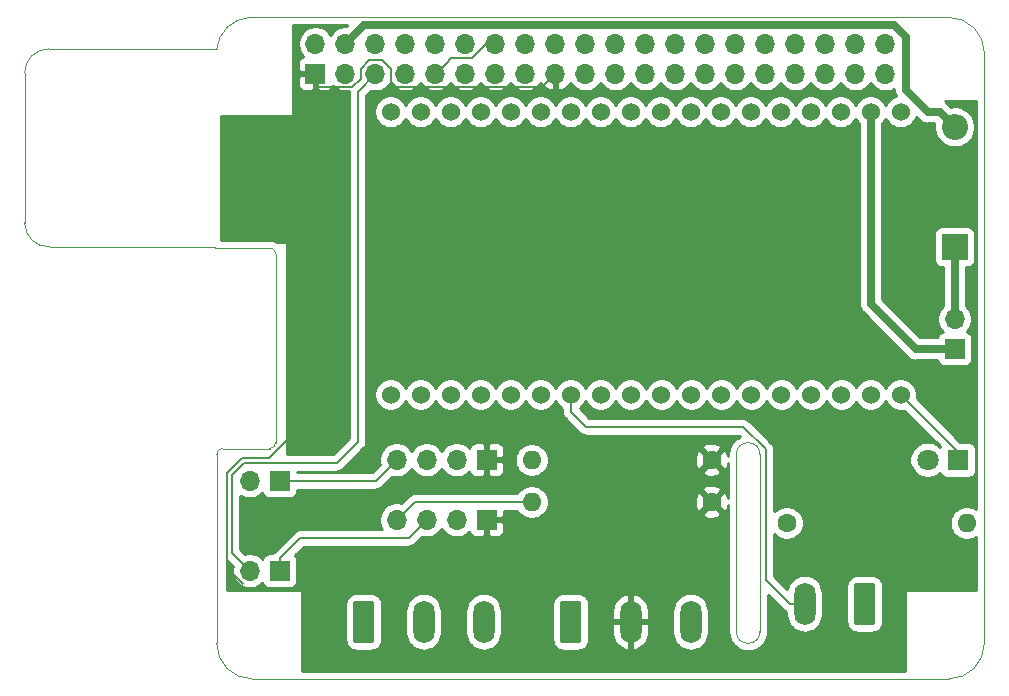
<source format=gbr>
%TF.GenerationSoftware,KiCad,Pcbnew,5.1.5+dfsg1-2build2*%
%TF.CreationDate,2021-09-07T02:56:07-04:00*%
%TF.ProjectId,rasp_heltec_lora_hat,72617370-5f68-4656-9c74-65635f6c6f72,rev?*%
%TF.SameCoordinates,PXbebc200PY8f0d180*%
%TF.FileFunction,Copper,L2,Bot*%
%TF.FilePolarity,Positive*%
%FSLAX46Y46*%
G04 Gerber Fmt 4.6, Leading zero omitted, Abs format (unit mm)*
G04 Created by KiCad (PCBNEW 5.1.5+dfsg1-2build2) date 2021-09-07 02:56:07*
%MOMM*%
%LPD*%
G04 APERTURE LIST*
%TA.AperFunction,Profile*%
%ADD10C,0.100000*%
%TD*%
%TA.AperFunction,ComponentPad*%
%ADD11R,1.700000X1.700000*%
%TD*%
%TA.AperFunction,ComponentPad*%
%ADD12O,1.700000X1.700000*%
%TD*%
%TA.AperFunction,ComponentPad*%
%ADD13R,1.800000X1.800000*%
%TD*%
%TA.AperFunction,ComponentPad*%
%ADD14C,1.800000*%
%TD*%
%TA.AperFunction,ComponentPad*%
%ADD15C,0.100000*%
%TD*%
%TA.AperFunction,ComponentPad*%
%ADD16O,1.800000X3.600000*%
%TD*%
%TA.AperFunction,ComponentPad*%
%ADD17O,1.600000X1.600000*%
%TD*%
%TA.AperFunction,ComponentPad*%
%ADD18C,1.600000*%
%TD*%
%TA.AperFunction,ComponentPad*%
%ADD19C,1.524000*%
%TD*%
%TA.AperFunction,ComponentPad*%
%ADD20R,2.200000X2.200000*%
%TD*%
%TA.AperFunction,ComponentPad*%
%ADD21O,2.200000X2.200000*%
%TD*%
%TA.AperFunction,Conductor*%
%ADD22C,0.200000*%
%TD*%
%TA.AperFunction,Conductor*%
%ADD23C,0.700000*%
%TD*%
%TA.AperFunction,Conductor*%
%ADD24C,0.254000*%
%TD*%
G04 APERTURE END LIST*
D10*
X-190000Y36578171D02*
X-40000Y36500000D01*
X-14130098Y36578171D02*
X-190000Y36578171D01*
X-14130098Y36578171D02*
G75*
G02X-16256000Y38608000I-93902J2029829D01*
G01*
X-16256000Y51308000D02*
G75*
G02X-14224000Y53340000I2032000J0D01*
G01*
X-40000Y36500000D02*
X500000Y36500000D01*
X-16256000Y51308000D02*
X-16256000Y38608000D01*
X0Y53340000D02*
X-14224000Y53340000D01*
X44000000Y4000000D02*
X44000000Y19000000D01*
X46000000Y19000000D02*
X46000000Y4000000D01*
X46000000Y19000000D02*
G75*
G03X44000000Y19000000I-1000000J0D01*
G01*
X44000000Y4000000D02*
G75*
G03X46000000Y4000000I1000000J0D01*
G01*
X499127Y19499999D02*
G75*
G03X0Y19000000I873J-499999D01*
G01*
X4500000Y19500000D02*
G75*
G03X5000000Y20000000I0J500000D01*
G01*
X5000000Y36000000D02*
G75*
G03X4500000Y36500000I-500000J0D01*
G01*
X65000000Y53000000D02*
G75*
G03X62000000Y56000000I-3000000J0D01*
G01*
X62000000Y0D02*
G75*
G03X65000000Y3000000I0J3000000D01*
G01*
X0Y3000000D02*
G75*
G03X3000000Y0I3000000J0D01*
G01*
X2794452Y56012200D02*
G75*
G03X0Y53340000I205548J-3012200D01*
G01*
X62000000Y56000000D02*
X2794452Y56012200D01*
X4500000Y19500000D02*
X500000Y19500000D01*
X5000000Y36000000D02*
X5000000Y20000000D01*
X500000Y36500000D02*
X4500000Y36500000D01*
X65000000Y3000000D02*
X65000000Y53000000D01*
X3000000Y0D02*
X62000000Y0D01*
X0Y19000000D02*
X0Y3000000D01*
D11*
%TO.P,P1,1*%
%TO.N,+3V3*%
X8370000Y51230000D03*
D12*
%TO.P,P1,2*%
%TO.N,+5V*%
X8370000Y53770000D03*
%TO.P,P1,3*%
%TO.N,/GPIO2(SDA1)*%
X10910000Y51230000D03*
%TO.P,P1,4*%
%TO.N,+5V*%
X10910000Y53770000D03*
%TO.P,P1,5*%
%TO.N,/GPIO3(SCL1)*%
X13450000Y51230000D03*
%TO.P,P1,6*%
%TO.N,GND*%
X13450000Y53770000D03*
%TO.P,P1,7*%
%TO.N,N/C*%
X15990000Y51230000D03*
%TO.P,P1,8*%
%TO.N,HELTEC_RX*%
X15990000Y53770000D03*
%TO.P,P1,9*%
%TO.N,GND*%
X18530000Y51230000D03*
%TO.P,P1,10*%
%TO.N,HELTEC_TX*%
X18530000Y53770000D03*
%TO.P,P1,11*%
%TO.N,N/C*%
X21070000Y51230000D03*
%TO.P,P1,12*%
X21070000Y53770000D03*
%TO.P,P1,13*%
X23610000Y51230000D03*
%TO.P,P1,14*%
%TO.N,GND*%
X23610000Y53770000D03*
%TO.P,P1,15*%
%TO.N,N/C*%
X26150000Y51230000D03*
%TO.P,P1,16*%
X26150000Y53770000D03*
%TO.P,P1,17*%
%TO.N,+3V3*%
X28690000Y51230000D03*
%TO.P,P1,18*%
%TO.N,N/C*%
X28690000Y53770000D03*
%TO.P,P1,19*%
X31230000Y51230000D03*
%TO.P,P1,20*%
%TO.N,GND*%
X31230000Y53770000D03*
%TO.P,P1,21*%
%TO.N,N/C*%
X33770000Y51230000D03*
%TO.P,P1,22*%
X33770000Y53770000D03*
%TO.P,P1,23*%
X36310000Y51230000D03*
%TO.P,P1,24*%
X36310000Y53770000D03*
%TO.P,P1,25*%
%TO.N,GND*%
X38850000Y51230000D03*
%TO.P,P1,26*%
%TO.N,N/C*%
X38850000Y53770000D03*
%TO.P,P1,27*%
X41390000Y51230000D03*
%TO.P,P1,28*%
X41390000Y53770000D03*
%TO.P,P1,29*%
X43930000Y51230000D03*
%TO.P,P1,30*%
%TO.N,GND*%
X43930000Y53770000D03*
%TO.P,P1,31*%
%TO.N,N/C*%
X46470000Y51230000D03*
%TO.P,P1,32*%
X46470000Y53770000D03*
%TO.P,P1,33*%
X49010000Y51230000D03*
%TO.P,P1,34*%
%TO.N,GND*%
X49010000Y53770000D03*
%TO.P,P1,35*%
%TO.N,N/C*%
X51550000Y51230000D03*
%TO.P,P1,36*%
X51550000Y53770000D03*
%TO.P,P1,37*%
X54090000Y51230000D03*
%TO.P,P1,38*%
X54090000Y53770000D03*
%TO.P,P1,39*%
%TO.N,GND*%
X56630000Y51230000D03*
%TO.P,P1,40*%
%TO.N,N/C*%
X56630000Y53770000D03*
%TD*%
D13*
%TO.P,D1,1*%
%TO.N,GND*%
X62738000Y18542000D03*
D14*
%TO.P,D1,2*%
%TO.N,Net-(D1-Pad2)*%
X60198000Y18542000D03*
%TD*%
D11*
%TO.P,J1,1*%
%TO.N,+3V3*%
X22860000Y13462000D03*
D12*
%TO.P,J1,2*%
%TO.N,GND*%
X20320000Y13462000D03*
%TO.P,J1,3*%
%TO.N,I2C_SCL*%
X17780000Y13462000D03*
%TO.P,J1,4*%
%TO.N,I2C_SDA*%
X15240000Y13462000D03*
%TD*%
%TO.P,J2,4*%
%TO.N,I2C_SDA*%
X15240000Y18542000D03*
%TO.P,J2,3*%
%TO.N,I2C_SCL*%
X17780000Y18542000D03*
%TO.P,J2,2*%
%TO.N,GND*%
X20320000Y18542000D03*
D11*
%TO.P,J2,1*%
%TO.N,+3V3*%
X22860000Y18542000D03*
%TD*%
%TA.AperFunction,ComponentPad*%
D15*
%TO.P,J3,1*%
%TO.N,GND*%
G36*
X55538504Y8148796D02*
G01*
X55562773Y8145196D01*
X55586571Y8139235D01*
X55609671Y8130970D01*
X55631849Y8120480D01*
X55652893Y8107867D01*
X55672598Y8093253D01*
X55690777Y8076777D01*
X55707253Y8058598D01*
X55721867Y8038893D01*
X55734480Y8017849D01*
X55744970Y7995671D01*
X55753235Y7972571D01*
X55759196Y7948773D01*
X55762796Y7924504D01*
X55764000Y7900000D01*
X55764000Y4800000D01*
X55762796Y4775496D01*
X55759196Y4751227D01*
X55753235Y4727429D01*
X55744970Y4704329D01*
X55734480Y4682151D01*
X55721867Y4661107D01*
X55707253Y4641402D01*
X55690777Y4623223D01*
X55672598Y4606747D01*
X55652893Y4592133D01*
X55631849Y4579520D01*
X55609671Y4569030D01*
X55586571Y4560765D01*
X55562773Y4554804D01*
X55538504Y4551204D01*
X55514000Y4550000D01*
X54214000Y4550000D01*
X54189496Y4551204D01*
X54165227Y4554804D01*
X54141429Y4560765D01*
X54118329Y4569030D01*
X54096151Y4579520D01*
X54075107Y4592133D01*
X54055402Y4606747D01*
X54037223Y4623223D01*
X54020747Y4641402D01*
X54006133Y4661107D01*
X53993520Y4682151D01*
X53983030Y4704329D01*
X53974765Y4727429D01*
X53968804Y4751227D01*
X53965204Y4775496D01*
X53964000Y4800000D01*
X53964000Y7900000D01*
X53965204Y7924504D01*
X53968804Y7948773D01*
X53974765Y7972571D01*
X53983030Y7995671D01*
X53993520Y8017849D01*
X54006133Y8038893D01*
X54020747Y8058598D01*
X54037223Y8076777D01*
X54055402Y8093253D01*
X54075107Y8107867D01*
X54096151Y8120480D01*
X54118329Y8130970D01*
X54141429Y8139235D01*
X54165227Y8145196D01*
X54189496Y8148796D01*
X54214000Y8150000D01*
X55514000Y8150000D01*
X55538504Y8148796D01*
G37*
%TD.AperFunction*%
D16*
%TO.P,J3,2*%
%TO.N,DAC_OUTPUT*%
X49784000Y6350000D03*
%TD*%
%TO.P,J4,3*%
%TO.N,+5V*%
X40132000Y4826000D03*
%TO.P,J4,2*%
%TO.N,+3V3*%
X35052000Y4826000D03*
%TA.AperFunction,ComponentPad*%
D15*
%TO.P,J4,1*%
%TO.N,GND*%
G36*
X30646504Y6624796D02*
G01*
X30670773Y6621196D01*
X30694571Y6615235D01*
X30717671Y6606970D01*
X30739849Y6596480D01*
X30760893Y6583867D01*
X30780598Y6569253D01*
X30798777Y6552777D01*
X30815253Y6534598D01*
X30829867Y6514893D01*
X30842480Y6493849D01*
X30852970Y6471671D01*
X30861235Y6448571D01*
X30867196Y6424773D01*
X30870796Y6400504D01*
X30872000Y6376000D01*
X30872000Y3276000D01*
X30870796Y3251496D01*
X30867196Y3227227D01*
X30861235Y3203429D01*
X30852970Y3180329D01*
X30842480Y3158151D01*
X30829867Y3137107D01*
X30815253Y3117402D01*
X30798777Y3099223D01*
X30780598Y3082747D01*
X30760893Y3068133D01*
X30739849Y3055520D01*
X30717671Y3045030D01*
X30694571Y3036765D01*
X30670773Y3030804D01*
X30646504Y3027204D01*
X30622000Y3026000D01*
X29322000Y3026000D01*
X29297496Y3027204D01*
X29273227Y3030804D01*
X29249429Y3036765D01*
X29226329Y3045030D01*
X29204151Y3055520D01*
X29183107Y3068133D01*
X29163402Y3082747D01*
X29145223Y3099223D01*
X29128747Y3117402D01*
X29114133Y3137107D01*
X29101520Y3158151D01*
X29091030Y3180329D01*
X29082765Y3203429D01*
X29076804Y3227227D01*
X29073204Y3251496D01*
X29072000Y3276000D01*
X29072000Y6376000D01*
X29073204Y6400504D01*
X29076804Y6424773D01*
X29082765Y6448571D01*
X29091030Y6471671D01*
X29101520Y6493849D01*
X29114133Y6514893D01*
X29128747Y6534598D01*
X29145223Y6552777D01*
X29163402Y6569253D01*
X29183107Y6583867D01*
X29204151Y6596480D01*
X29226329Y6606970D01*
X29249429Y6615235D01*
X29273227Y6621196D01*
X29297496Y6624796D01*
X29322000Y6626000D01*
X30622000Y6626000D01*
X30646504Y6624796D01*
G37*
%TD.AperFunction*%
%TD*%
%TA.AperFunction,ComponentPad*%
%TO.P,J5,1*%
%TO.N,ADC1_CH_2*%
G36*
X13120504Y6624796D02*
G01*
X13144773Y6621196D01*
X13168571Y6615235D01*
X13191671Y6606970D01*
X13213849Y6596480D01*
X13234893Y6583867D01*
X13254598Y6569253D01*
X13272777Y6552777D01*
X13289253Y6534598D01*
X13303867Y6514893D01*
X13316480Y6493849D01*
X13326970Y6471671D01*
X13335235Y6448571D01*
X13341196Y6424773D01*
X13344796Y6400504D01*
X13346000Y6376000D01*
X13346000Y3276000D01*
X13344796Y3251496D01*
X13341196Y3227227D01*
X13335235Y3203429D01*
X13326970Y3180329D01*
X13316480Y3158151D01*
X13303867Y3137107D01*
X13289253Y3117402D01*
X13272777Y3099223D01*
X13254598Y3082747D01*
X13234893Y3068133D01*
X13213849Y3055520D01*
X13191671Y3045030D01*
X13168571Y3036765D01*
X13144773Y3030804D01*
X13120504Y3027204D01*
X13096000Y3026000D01*
X11796000Y3026000D01*
X11771496Y3027204D01*
X11747227Y3030804D01*
X11723429Y3036765D01*
X11700329Y3045030D01*
X11678151Y3055520D01*
X11657107Y3068133D01*
X11637402Y3082747D01*
X11619223Y3099223D01*
X11602747Y3117402D01*
X11588133Y3137107D01*
X11575520Y3158151D01*
X11565030Y3180329D01*
X11556765Y3203429D01*
X11550804Y3227227D01*
X11547204Y3251496D01*
X11546000Y3276000D01*
X11546000Y6376000D01*
X11547204Y6400504D01*
X11550804Y6424773D01*
X11556765Y6448571D01*
X11565030Y6471671D01*
X11575520Y6493849D01*
X11588133Y6514893D01*
X11602747Y6534598D01*
X11619223Y6552777D01*
X11637402Y6569253D01*
X11657107Y6583867D01*
X11678151Y6596480D01*
X11700329Y6606970D01*
X11723429Y6615235D01*
X11747227Y6621196D01*
X11771496Y6624796D01*
X11796000Y6626000D01*
X13096000Y6626000D01*
X13120504Y6624796D01*
G37*
%TD.AperFunction*%
D16*
%TO.P,J5,2*%
%TO.N,ADC1_CH_1*%
X17526000Y4826000D03*
%TO.P,J5,3*%
%TO.N,ADC1_CH_0*%
X22606000Y4826000D03*
%TD*%
D11*
%TO.P,JP1,1*%
%TO.N,I2C_SDA*%
X5334000Y16764000D03*
D12*
%TO.P,JP1,2*%
%TO.N,/GPIO2(SDA1)*%
X2794000Y16764000D03*
%TD*%
%TO.P,JP2,2*%
%TO.N,/GPIO3(SCL1)*%
X2794000Y9144000D03*
D11*
%TO.P,JP2,1*%
%TO.N,I2C_SCL*%
X5334000Y9144000D03*
%TD*%
D17*
%TO.P,R1,2*%
%TO.N,I2C_SDA*%
X26670000Y14986000D03*
D18*
%TO.P,R1,1*%
%TO.N,+3V3*%
X41910000Y14986000D03*
%TD*%
%TO.P,R2,1*%
%TO.N,+3V3*%
X41910000Y18542000D03*
D17*
%TO.P,R2,2*%
%TO.N,I2C_SCL*%
X26670000Y18542000D03*
%TD*%
D18*
%TO.P,R3,1*%
%TO.N,+5V*%
X48260000Y13208000D03*
D17*
%TO.P,R3,2*%
%TO.N,Net-(D1-Pad2)*%
X63500000Y13208000D03*
%TD*%
D11*
%TO.P,JP3,1*%
%TO.N,Net-(JP3-Pad1)*%
X62484000Y27940000D03*
D12*
%TO.P,JP3,2*%
%TO.N,Net-(D2-Pad1)*%
X62484000Y30480000D03*
%TD*%
D19*
%TO.P,U1,36*%
%TO.N,GND*%
X57912000Y24066500D03*
%TO.P,U1,35*%
%TO.N,Net-(U1-Pad34)*%
X55372000Y24066500D03*
%TO.P,U1,34*%
X52895500Y24066500D03*
%TO.P,U1,33*%
%TO.N,ADC1_CH_0*%
X50355500Y24066500D03*
%TO.P,U1,32*%
%TO.N,ADC1_CH_1*%
X47815500Y24066500D03*
%TO.P,U1,31*%
%TO.N,ADC1_CH_2*%
X45275500Y24066500D03*
%TO.P,U1,30*%
%TO.N,N/C*%
X42735500Y24066500D03*
%TO.P,U1,29*%
X40195500Y24066500D03*
%TO.P,U1,28*%
X37655500Y24066500D03*
%TO.P,U1,27*%
X35052000Y24066500D03*
%TO.P,U1,26*%
X32512000Y24066500D03*
%TO.P,U1,25*%
%TO.N,DAC_OUTPUT*%
X29972000Y24066500D03*
%TO.P,U1,24*%
%TO.N,N/C*%
X27432000Y24066500D03*
%TO.P,U1,23*%
X24892000Y24066500D03*
%TO.P,U1,22*%
X22352000Y24066500D03*
%TO.P,U1,21*%
X19812000Y24066500D03*
%TO.P,U1,20*%
X17272000Y24066500D03*
%TO.P,U1,19*%
X14732000Y24066500D03*
%TO.P,U1,18*%
X14732000Y48006000D03*
%TO.P,U1,17*%
%TO.N,HELTEC_RX*%
X17272000Y48006000D03*
%TO.P,U1,16*%
%TO.N,N/C*%
X19812000Y48006000D03*
%TO.P,U1,15*%
X22352000Y48006000D03*
%TO.P,U1,14*%
X24892000Y48006000D03*
%TO.P,U1,13*%
X27432000Y48006000D03*
%TO.P,U1,12*%
X29972000Y48006000D03*
%TO.P,U1,11*%
%TO.N,HELTEC_TX*%
X32512000Y48006000D03*
%TO.P,U1,10*%
%TO.N,N/C*%
X35052000Y48006000D03*
%TO.P,U1,9*%
X37592000Y48006000D03*
%TO.P,U1,8*%
X40132000Y48006000D03*
%TO.P,U1,7*%
X42672000Y48006000D03*
%TO.P,U1,6*%
X45212000Y48006000D03*
%TO.P,U1,5*%
X47752000Y48006000D03*
%TO.P,U1,4*%
%TO.N,VEXT_HELTEC*%
X50292000Y48006000D03*
%TO.P,U1,3*%
X52832000Y48006000D03*
%TO.P,U1,2*%
%TO.N,Net-(JP3-Pad1)*%
X55372000Y48006000D03*
%TO.P,U1,1*%
%TO.N,GND*%
X57912000Y48006000D03*
%TD*%
D20*
%TO.P,D2,1*%
%TO.N,Net-(D2-Pad1)*%
X62484000Y36576000D03*
D21*
%TO.P,D2,2*%
%TO.N,+5V*%
X62484000Y46736000D03*
%TD*%
D22*
%TO.N,+3V3*%
X8370000Y50180000D02*
X8370000Y51230000D01*
X12192000Y50809998D02*
X11462001Y50079999D01*
X11462001Y50079999D02*
X8470001Y50079999D01*
X12192000Y51674002D02*
X12192000Y50809998D01*
X14002001Y52380001D02*
X12897999Y52380001D01*
X14732000Y51650002D02*
X14002001Y52380001D01*
X12897999Y52380001D02*
X12192000Y51674002D01*
X14732000Y50546000D02*
X14732000Y51650002D01*
X15198001Y50079999D02*
X14732000Y50546000D01*
X8470001Y50079999D02*
X8370000Y50180000D01*
X27539999Y50079999D02*
X15198001Y50079999D01*
X28690000Y51230000D02*
X27539999Y50079999D01*
X4398577Y18688010D02*
X8370000Y22659433D01*
X2120311Y18688010D02*
X4398577Y18688010D01*
X2241999Y7993999D02*
X869990Y9366008D01*
X869990Y17437689D02*
X2120311Y18688010D01*
X8370000Y22659433D02*
X8370000Y50180000D01*
X869990Y9366008D02*
X869990Y17437689D01*
D23*
%TO.N,+5V*%
X12480000Y55340000D02*
X10910000Y53770000D01*
X57350000Y55340000D02*
X12480000Y55340000D01*
X58340000Y50880000D02*
X58340000Y54350000D01*
X58340000Y54350000D02*
X57350000Y55340000D01*
X58340000Y49864000D02*
X60198000Y48006000D01*
X61214000Y48006000D02*
X62484000Y46736000D01*
X60198000Y48006000D02*
X61214000Y48006000D01*
X58340000Y49864000D02*
X58340000Y50880000D01*
D22*
%TO.N,GND*%
X19878000Y52578000D02*
X19379999Y52079999D01*
X19379999Y52079999D02*
X18530000Y51230000D01*
X21580002Y52578000D02*
X19878000Y52578000D01*
X22772002Y53770000D02*
X21580002Y52578000D01*
X23610000Y53770000D02*
X22772002Y53770000D01*
X62738000Y19240500D02*
X62738000Y18542000D01*
X57912000Y24066500D02*
X62738000Y19240500D01*
%TO.N,/GPIO3(SCL1)*%
X11938000Y49718000D02*
X13450000Y51230000D01*
X11938000Y20066000D02*
X11938000Y49718000D01*
X10160000Y18288000D02*
X11938000Y20066000D01*
X2286000Y18288000D02*
X10160000Y18288000D01*
X1270000Y17272000D02*
X2286000Y18288000D01*
X1270000Y10668000D02*
X1270000Y17272000D01*
X2794000Y9144000D02*
X1270000Y10668000D01*
%TO.N,I2C_SCL*%
X5334000Y10194000D02*
X7078000Y11938000D01*
X5334000Y9144000D02*
X5334000Y10194000D01*
X16256000Y11938000D02*
X17780000Y13462000D01*
X7078000Y11938000D02*
X16256000Y11938000D01*
%TO.N,I2C_SDA*%
X13462000Y16764000D02*
X15240000Y18542000D01*
X5334000Y16764000D02*
X13462000Y16764000D01*
X16764000Y14986000D02*
X26670000Y14986000D01*
X15240000Y13462000D02*
X16764000Y14986000D01*
%TO.N,DAC_OUTPUT*%
X48514000Y6350000D02*
X49784000Y6350000D01*
X46482000Y19428579D02*
X46482000Y8382000D01*
X44574579Y21336000D02*
X46482000Y19428579D01*
X31242000Y21336000D02*
X44574579Y21336000D01*
X46482000Y8382000D02*
X48514000Y6350000D01*
X29972000Y22606000D02*
X31242000Y21336000D01*
X29972000Y24066500D02*
X29972000Y22606000D01*
D23*
%TO.N,Net-(JP3-Pad1)*%
X55372000Y31750000D02*
X55372000Y48006000D01*
X59182000Y27940000D02*
X55372000Y31750000D01*
X62484000Y27940000D02*
X59182000Y27940000D01*
%TO.N,Net-(D2-Pad1)*%
X62484000Y36576000D02*
X62484000Y30480000D01*
%TD*%
D24*
%TO.N,+3V3*%
G36*
X28817000Y51357000D02*
G01*
X28837000Y51357000D01*
X28837000Y51103000D01*
X28817000Y51103000D01*
X28817000Y49909845D01*
X29046890Y49788524D01*
X29194099Y49833175D01*
X29456920Y49958359D01*
X29690269Y50132412D01*
X29885178Y50348645D01*
X29954805Y50465534D01*
X30076525Y50283368D01*
X30283368Y50076525D01*
X30526589Y49914010D01*
X30796842Y49802068D01*
X31083740Y49745000D01*
X31376260Y49745000D01*
X31663158Y49802068D01*
X31933411Y49914010D01*
X32176632Y50076525D01*
X32383475Y50283368D01*
X32500000Y50457760D01*
X32616525Y50283368D01*
X32823368Y50076525D01*
X33066589Y49914010D01*
X33336842Y49802068D01*
X33623740Y49745000D01*
X33916260Y49745000D01*
X34203158Y49802068D01*
X34473411Y49914010D01*
X34716632Y50076525D01*
X34923475Y50283368D01*
X35040000Y50457760D01*
X35156525Y50283368D01*
X35363368Y50076525D01*
X35606589Y49914010D01*
X35876842Y49802068D01*
X36163740Y49745000D01*
X36456260Y49745000D01*
X36743158Y49802068D01*
X37013411Y49914010D01*
X37256632Y50076525D01*
X37463475Y50283368D01*
X37580000Y50457760D01*
X37696525Y50283368D01*
X37903368Y50076525D01*
X38146589Y49914010D01*
X38416842Y49802068D01*
X38703740Y49745000D01*
X38996260Y49745000D01*
X39283158Y49802068D01*
X39553411Y49914010D01*
X39796632Y50076525D01*
X40003475Y50283368D01*
X40120000Y50457760D01*
X40236525Y50283368D01*
X40443368Y50076525D01*
X40686589Y49914010D01*
X40956842Y49802068D01*
X41243740Y49745000D01*
X41536260Y49745000D01*
X41823158Y49802068D01*
X42093411Y49914010D01*
X42336632Y50076525D01*
X42543475Y50283368D01*
X42660000Y50457760D01*
X42776525Y50283368D01*
X42983368Y50076525D01*
X43226589Y49914010D01*
X43496842Y49802068D01*
X43783740Y49745000D01*
X44076260Y49745000D01*
X44363158Y49802068D01*
X44633411Y49914010D01*
X44876632Y50076525D01*
X45083475Y50283368D01*
X45200000Y50457760D01*
X45316525Y50283368D01*
X45523368Y50076525D01*
X45766589Y49914010D01*
X46036842Y49802068D01*
X46323740Y49745000D01*
X46616260Y49745000D01*
X46903158Y49802068D01*
X47173411Y49914010D01*
X47416632Y50076525D01*
X47623475Y50283368D01*
X47740000Y50457760D01*
X47856525Y50283368D01*
X48063368Y50076525D01*
X48306589Y49914010D01*
X48576842Y49802068D01*
X48863740Y49745000D01*
X49156260Y49745000D01*
X49443158Y49802068D01*
X49713411Y49914010D01*
X49956632Y50076525D01*
X50163475Y50283368D01*
X50280000Y50457760D01*
X50396525Y50283368D01*
X50603368Y50076525D01*
X50846589Y49914010D01*
X51116842Y49802068D01*
X51403740Y49745000D01*
X51696260Y49745000D01*
X51983158Y49802068D01*
X52253411Y49914010D01*
X52496632Y50076525D01*
X52703475Y50283368D01*
X52820000Y50457760D01*
X52936525Y50283368D01*
X53143368Y50076525D01*
X53386589Y49914010D01*
X53656842Y49802068D01*
X53943740Y49745000D01*
X54236260Y49745000D01*
X54523158Y49802068D01*
X54793411Y49914010D01*
X55036632Y50076525D01*
X55243475Y50283368D01*
X55360000Y50457760D01*
X55476525Y50283368D01*
X55683368Y50076525D01*
X55926589Y49914010D01*
X56196842Y49802068D01*
X56483740Y49745000D01*
X56776260Y49745000D01*
X57063158Y49802068D01*
X57333411Y49914010D01*
X57355000Y49928435D01*
X57355000Y49912381D01*
X57350235Y49864000D01*
X57362258Y49741928D01*
X57369253Y49670907D01*
X57425576Y49485234D01*
X57499365Y49347183D01*
X57250273Y49244005D01*
X57021465Y49091120D01*
X56826880Y48896535D01*
X56673995Y48667727D01*
X56642000Y48590485D01*
X56610005Y48667727D01*
X56457120Y48896535D01*
X56262535Y49091120D01*
X56033727Y49244005D01*
X55779490Y49349314D01*
X55509592Y49403000D01*
X55234408Y49403000D01*
X54964510Y49349314D01*
X54710273Y49244005D01*
X54481465Y49091120D01*
X54286880Y48896535D01*
X54133995Y48667727D01*
X54102000Y48590485D01*
X54070005Y48667727D01*
X53917120Y48896535D01*
X53722535Y49091120D01*
X53493727Y49244005D01*
X53239490Y49349314D01*
X52969592Y49403000D01*
X52694408Y49403000D01*
X52424510Y49349314D01*
X52170273Y49244005D01*
X51941465Y49091120D01*
X51746880Y48896535D01*
X51593995Y48667727D01*
X51562000Y48590485D01*
X51530005Y48667727D01*
X51377120Y48896535D01*
X51182535Y49091120D01*
X50953727Y49244005D01*
X50699490Y49349314D01*
X50429592Y49403000D01*
X50154408Y49403000D01*
X49884510Y49349314D01*
X49630273Y49244005D01*
X49401465Y49091120D01*
X49206880Y48896535D01*
X49053995Y48667727D01*
X49022000Y48590485D01*
X48990005Y48667727D01*
X48837120Y48896535D01*
X48642535Y49091120D01*
X48413727Y49244005D01*
X48159490Y49349314D01*
X47889592Y49403000D01*
X47614408Y49403000D01*
X47344510Y49349314D01*
X47090273Y49244005D01*
X46861465Y49091120D01*
X46666880Y48896535D01*
X46513995Y48667727D01*
X46482000Y48590485D01*
X46450005Y48667727D01*
X46297120Y48896535D01*
X46102535Y49091120D01*
X45873727Y49244005D01*
X45619490Y49349314D01*
X45349592Y49403000D01*
X45074408Y49403000D01*
X44804510Y49349314D01*
X44550273Y49244005D01*
X44321465Y49091120D01*
X44126880Y48896535D01*
X43973995Y48667727D01*
X43942000Y48590485D01*
X43910005Y48667727D01*
X43757120Y48896535D01*
X43562535Y49091120D01*
X43333727Y49244005D01*
X43079490Y49349314D01*
X42809592Y49403000D01*
X42534408Y49403000D01*
X42264510Y49349314D01*
X42010273Y49244005D01*
X41781465Y49091120D01*
X41586880Y48896535D01*
X41433995Y48667727D01*
X41402000Y48590485D01*
X41370005Y48667727D01*
X41217120Y48896535D01*
X41022535Y49091120D01*
X40793727Y49244005D01*
X40539490Y49349314D01*
X40269592Y49403000D01*
X39994408Y49403000D01*
X39724510Y49349314D01*
X39470273Y49244005D01*
X39241465Y49091120D01*
X39046880Y48896535D01*
X38893995Y48667727D01*
X38862000Y48590485D01*
X38830005Y48667727D01*
X38677120Y48896535D01*
X38482535Y49091120D01*
X38253727Y49244005D01*
X37999490Y49349314D01*
X37729592Y49403000D01*
X37454408Y49403000D01*
X37184510Y49349314D01*
X36930273Y49244005D01*
X36701465Y49091120D01*
X36506880Y48896535D01*
X36353995Y48667727D01*
X36322000Y48590485D01*
X36290005Y48667727D01*
X36137120Y48896535D01*
X35942535Y49091120D01*
X35713727Y49244005D01*
X35459490Y49349314D01*
X35189592Y49403000D01*
X34914408Y49403000D01*
X34644510Y49349314D01*
X34390273Y49244005D01*
X34161465Y49091120D01*
X33966880Y48896535D01*
X33813995Y48667727D01*
X33782000Y48590485D01*
X33750005Y48667727D01*
X33597120Y48896535D01*
X33402535Y49091120D01*
X33173727Y49244005D01*
X32919490Y49349314D01*
X32649592Y49403000D01*
X32374408Y49403000D01*
X32104510Y49349314D01*
X31850273Y49244005D01*
X31621465Y49091120D01*
X31426880Y48896535D01*
X31273995Y48667727D01*
X31242000Y48590485D01*
X31210005Y48667727D01*
X31057120Y48896535D01*
X30862535Y49091120D01*
X30633727Y49244005D01*
X30379490Y49349314D01*
X30109592Y49403000D01*
X29834408Y49403000D01*
X29564510Y49349314D01*
X29310273Y49244005D01*
X29081465Y49091120D01*
X28886880Y48896535D01*
X28733995Y48667727D01*
X28702000Y48590485D01*
X28670005Y48667727D01*
X28517120Y48896535D01*
X28322535Y49091120D01*
X28093727Y49244005D01*
X27839490Y49349314D01*
X27569592Y49403000D01*
X27294408Y49403000D01*
X27024510Y49349314D01*
X26770273Y49244005D01*
X26541465Y49091120D01*
X26346880Y48896535D01*
X26193995Y48667727D01*
X26162000Y48590485D01*
X26130005Y48667727D01*
X25977120Y48896535D01*
X25782535Y49091120D01*
X25553727Y49244005D01*
X25299490Y49349314D01*
X25029592Y49403000D01*
X24754408Y49403000D01*
X24484510Y49349314D01*
X24230273Y49244005D01*
X24001465Y49091120D01*
X23806880Y48896535D01*
X23653995Y48667727D01*
X23622000Y48590485D01*
X23590005Y48667727D01*
X23437120Y48896535D01*
X23242535Y49091120D01*
X23013727Y49244005D01*
X22759490Y49349314D01*
X22489592Y49403000D01*
X22214408Y49403000D01*
X21944510Y49349314D01*
X21690273Y49244005D01*
X21461465Y49091120D01*
X21266880Y48896535D01*
X21113995Y48667727D01*
X21082000Y48590485D01*
X21050005Y48667727D01*
X20897120Y48896535D01*
X20702535Y49091120D01*
X20473727Y49244005D01*
X20219490Y49349314D01*
X19949592Y49403000D01*
X19674408Y49403000D01*
X19404510Y49349314D01*
X19150273Y49244005D01*
X18921465Y49091120D01*
X18726880Y48896535D01*
X18573995Y48667727D01*
X18542000Y48590485D01*
X18510005Y48667727D01*
X18357120Y48896535D01*
X18162535Y49091120D01*
X17933727Y49244005D01*
X17679490Y49349314D01*
X17409592Y49403000D01*
X17134408Y49403000D01*
X16864510Y49349314D01*
X16610273Y49244005D01*
X16381465Y49091120D01*
X16186880Y48896535D01*
X16033995Y48667727D01*
X16002000Y48590485D01*
X15970005Y48667727D01*
X15817120Y48896535D01*
X15622535Y49091120D01*
X15393727Y49244005D01*
X15139490Y49349314D01*
X14869592Y49403000D01*
X14594408Y49403000D01*
X14324510Y49349314D01*
X14070273Y49244005D01*
X13841465Y49091120D01*
X13646880Y48896535D01*
X13493995Y48667727D01*
X13388686Y48413490D01*
X13335000Y48143592D01*
X13335000Y47868408D01*
X13388686Y47598510D01*
X13493995Y47344273D01*
X13646880Y47115465D01*
X13841465Y46920880D01*
X14070273Y46767995D01*
X14324510Y46662686D01*
X14594408Y46609000D01*
X14869592Y46609000D01*
X15139490Y46662686D01*
X15393727Y46767995D01*
X15622535Y46920880D01*
X15817120Y47115465D01*
X15970005Y47344273D01*
X16002000Y47421515D01*
X16033995Y47344273D01*
X16186880Y47115465D01*
X16381465Y46920880D01*
X16610273Y46767995D01*
X16864510Y46662686D01*
X17134408Y46609000D01*
X17409592Y46609000D01*
X17679490Y46662686D01*
X17933727Y46767995D01*
X18162535Y46920880D01*
X18357120Y47115465D01*
X18510005Y47344273D01*
X18542000Y47421515D01*
X18573995Y47344273D01*
X18726880Y47115465D01*
X18921465Y46920880D01*
X19150273Y46767995D01*
X19404510Y46662686D01*
X19674408Y46609000D01*
X19949592Y46609000D01*
X20219490Y46662686D01*
X20473727Y46767995D01*
X20702535Y46920880D01*
X20897120Y47115465D01*
X21050005Y47344273D01*
X21082000Y47421515D01*
X21113995Y47344273D01*
X21266880Y47115465D01*
X21461465Y46920880D01*
X21690273Y46767995D01*
X21944510Y46662686D01*
X22214408Y46609000D01*
X22489592Y46609000D01*
X22759490Y46662686D01*
X23013727Y46767995D01*
X23242535Y46920880D01*
X23437120Y47115465D01*
X23590005Y47344273D01*
X23622000Y47421515D01*
X23653995Y47344273D01*
X23806880Y47115465D01*
X24001465Y46920880D01*
X24230273Y46767995D01*
X24484510Y46662686D01*
X24754408Y46609000D01*
X25029592Y46609000D01*
X25299490Y46662686D01*
X25553727Y46767995D01*
X25782535Y46920880D01*
X25977120Y47115465D01*
X26130005Y47344273D01*
X26162000Y47421515D01*
X26193995Y47344273D01*
X26346880Y47115465D01*
X26541465Y46920880D01*
X26770273Y46767995D01*
X27024510Y46662686D01*
X27294408Y46609000D01*
X27569592Y46609000D01*
X27839490Y46662686D01*
X28093727Y46767995D01*
X28322535Y46920880D01*
X28517120Y47115465D01*
X28670005Y47344273D01*
X28702000Y47421515D01*
X28733995Y47344273D01*
X28886880Y47115465D01*
X29081465Y46920880D01*
X29310273Y46767995D01*
X29564510Y46662686D01*
X29834408Y46609000D01*
X30109592Y46609000D01*
X30379490Y46662686D01*
X30633727Y46767995D01*
X30862535Y46920880D01*
X31057120Y47115465D01*
X31210005Y47344273D01*
X31242000Y47421515D01*
X31273995Y47344273D01*
X31426880Y47115465D01*
X31621465Y46920880D01*
X31850273Y46767995D01*
X32104510Y46662686D01*
X32374408Y46609000D01*
X32649592Y46609000D01*
X32919490Y46662686D01*
X33173727Y46767995D01*
X33402535Y46920880D01*
X33597120Y47115465D01*
X33750005Y47344273D01*
X33782000Y47421515D01*
X33813995Y47344273D01*
X33966880Y47115465D01*
X34161465Y46920880D01*
X34390273Y46767995D01*
X34644510Y46662686D01*
X34914408Y46609000D01*
X35189592Y46609000D01*
X35459490Y46662686D01*
X35713727Y46767995D01*
X35942535Y46920880D01*
X36137120Y47115465D01*
X36290005Y47344273D01*
X36322000Y47421515D01*
X36353995Y47344273D01*
X36506880Y47115465D01*
X36701465Y46920880D01*
X36930273Y46767995D01*
X37184510Y46662686D01*
X37454408Y46609000D01*
X37729592Y46609000D01*
X37999490Y46662686D01*
X38253727Y46767995D01*
X38482535Y46920880D01*
X38677120Y47115465D01*
X38830005Y47344273D01*
X38862000Y47421515D01*
X38893995Y47344273D01*
X39046880Y47115465D01*
X39241465Y46920880D01*
X39470273Y46767995D01*
X39724510Y46662686D01*
X39994408Y46609000D01*
X40269592Y46609000D01*
X40539490Y46662686D01*
X40793727Y46767995D01*
X41022535Y46920880D01*
X41217120Y47115465D01*
X41370005Y47344273D01*
X41402000Y47421515D01*
X41433995Y47344273D01*
X41586880Y47115465D01*
X41781465Y46920880D01*
X42010273Y46767995D01*
X42264510Y46662686D01*
X42534408Y46609000D01*
X42809592Y46609000D01*
X43079490Y46662686D01*
X43333727Y46767995D01*
X43562535Y46920880D01*
X43757120Y47115465D01*
X43910005Y47344273D01*
X43942000Y47421515D01*
X43973995Y47344273D01*
X44126880Y47115465D01*
X44321465Y46920880D01*
X44550273Y46767995D01*
X44804510Y46662686D01*
X45074408Y46609000D01*
X45349592Y46609000D01*
X45619490Y46662686D01*
X45873727Y46767995D01*
X46102535Y46920880D01*
X46297120Y47115465D01*
X46450005Y47344273D01*
X46482000Y47421515D01*
X46513995Y47344273D01*
X46666880Y47115465D01*
X46861465Y46920880D01*
X47090273Y46767995D01*
X47344510Y46662686D01*
X47614408Y46609000D01*
X47889592Y46609000D01*
X48159490Y46662686D01*
X48413727Y46767995D01*
X48642535Y46920880D01*
X48837120Y47115465D01*
X48990005Y47344273D01*
X49022000Y47421515D01*
X49053995Y47344273D01*
X49206880Y47115465D01*
X49401465Y46920880D01*
X49630273Y46767995D01*
X49884510Y46662686D01*
X50154408Y46609000D01*
X50429592Y46609000D01*
X50699490Y46662686D01*
X50953727Y46767995D01*
X51182535Y46920880D01*
X51377120Y47115465D01*
X51530005Y47344273D01*
X51562000Y47421515D01*
X51593995Y47344273D01*
X51746880Y47115465D01*
X51941465Y46920880D01*
X52170273Y46767995D01*
X52424510Y46662686D01*
X52694408Y46609000D01*
X52969592Y46609000D01*
X53239490Y46662686D01*
X53493727Y46767995D01*
X53722535Y46920880D01*
X53917120Y47115465D01*
X54070005Y47344273D01*
X54102000Y47421515D01*
X54133995Y47344273D01*
X54286880Y47115465D01*
X54387001Y47015344D01*
X54387000Y31798380D01*
X54382235Y31750000D01*
X54387000Y31701621D01*
X54401253Y31556907D01*
X54457576Y31371234D01*
X54549040Y31200116D01*
X54672130Y31050130D01*
X54709716Y31019284D01*
X58451289Y27277710D01*
X58482130Y27240130D01*
X58519709Y27209290D01*
X58632116Y27117040D01*
X58803233Y27025576D01*
X58988906Y26969253D01*
X59182000Y26950235D01*
X59230380Y26955000D01*
X61011379Y26955000D01*
X61044498Y26845820D01*
X61103463Y26735506D01*
X61182815Y26638815D01*
X61279506Y26559463D01*
X61389820Y26500498D01*
X61509518Y26464188D01*
X61634000Y26451928D01*
X63334000Y26451928D01*
X63458482Y26464188D01*
X63578180Y26500498D01*
X63688494Y26559463D01*
X63785185Y26638815D01*
X63864537Y26735506D01*
X63923502Y26845820D01*
X63959812Y26965518D01*
X63972072Y27090000D01*
X63972072Y28790000D01*
X63959812Y28914482D01*
X63923502Y29034180D01*
X63864537Y29144494D01*
X63785185Y29241185D01*
X63688494Y29320537D01*
X63578180Y29379502D01*
X63505620Y29401513D01*
X63637475Y29533368D01*
X63799990Y29776589D01*
X63911932Y30046842D01*
X63969000Y30333740D01*
X63969000Y30626260D01*
X63911932Y30913158D01*
X63799990Y31183411D01*
X63637475Y31426632D01*
X63469000Y31595107D01*
X63469000Y34837928D01*
X63584000Y34837928D01*
X63708482Y34850188D01*
X63828180Y34886498D01*
X63938494Y34945463D01*
X64035185Y35024815D01*
X64114537Y35121506D01*
X64173502Y35231820D01*
X64209812Y35351518D01*
X64222072Y35476000D01*
X64222072Y37676000D01*
X64209812Y37800482D01*
X64173502Y37920180D01*
X64114537Y38030494D01*
X64035185Y38127185D01*
X63938494Y38206537D01*
X63828180Y38265502D01*
X63708482Y38301812D01*
X63584000Y38314072D01*
X61384000Y38314072D01*
X61259518Y38301812D01*
X61139820Y38265502D01*
X61029506Y38206537D01*
X60932815Y38127185D01*
X60853463Y38030494D01*
X60794498Y37920180D01*
X60758188Y37800482D01*
X60745928Y37676000D01*
X60745928Y35476000D01*
X60758188Y35351518D01*
X60794498Y35231820D01*
X60853463Y35121506D01*
X60932815Y35024815D01*
X61029506Y34945463D01*
X61139820Y34886498D01*
X61259518Y34850188D01*
X61384000Y34837928D01*
X61499000Y34837928D01*
X61499001Y31595108D01*
X61330525Y31426632D01*
X61168010Y31183411D01*
X61056068Y30913158D01*
X60999000Y30626260D01*
X60999000Y30333740D01*
X61056068Y30046842D01*
X61168010Y29776589D01*
X61330525Y29533368D01*
X61462380Y29401513D01*
X61389820Y29379502D01*
X61279506Y29320537D01*
X61182815Y29241185D01*
X61103463Y29144494D01*
X61044498Y29034180D01*
X61011379Y28925000D01*
X59590001Y28925000D01*
X56357000Y32158000D01*
X56357000Y47015345D01*
X56457120Y47115465D01*
X56610005Y47344273D01*
X56642000Y47421515D01*
X56673995Y47344273D01*
X56826880Y47115465D01*
X57021465Y46920880D01*
X57250273Y46767995D01*
X57504510Y46662686D01*
X57774408Y46609000D01*
X58049592Y46609000D01*
X58319490Y46662686D01*
X58573727Y46767995D01*
X58802535Y46920880D01*
X58997120Y47115465D01*
X59150005Y47344273D01*
X59242771Y47568228D01*
X59467289Y47343710D01*
X59498130Y47306130D01*
X59535709Y47275290D01*
X59648116Y47183040D01*
X59819233Y47091576D01*
X60004906Y47035253D01*
X60198000Y47016235D01*
X60246380Y47021000D01*
X60771699Y47021000D01*
X60749000Y46906883D01*
X60749000Y46565117D01*
X60815675Y46229919D01*
X60946463Y45914169D01*
X61136337Y45630002D01*
X61378002Y45388337D01*
X61662169Y45198463D01*
X61977919Y45067675D01*
X62313117Y45001000D01*
X62654883Y45001000D01*
X62990081Y45067675D01*
X63305831Y45198463D01*
X63589998Y45388337D01*
X63831663Y45630002D01*
X64021537Y45914169D01*
X64152325Y46229919D01*
X64219000Y46565117D01*
X64219000Y46906883D01*
X64152325Y47242081D01*
X64021537Y47557831D01*
X63831663Y47841998D01*
X63589998Y48083663D01*
X63305831Y48273537D01*
X62990081Y48404325D01*
X62654883Y48471000D01*
X62313117Y48471000D01*
X62170390Y48442610D01*
X61944716Y48668284D01*
X61913870Y48705870D01*
X61763884Y48828960D01*
X61640332Y48895000D01*
X64315001Y48895000D01*
X64315000Y14389294D01*
X64179727Y14479680D01*
X63918574Y14587853D01*
X63641335Y14643000D01*
X63358665Y14643000D01*
X63081426Y14587853D01*
X62820273Y14479680D01*
X62585241Y14322637D01*
X62385363Y14122759D01*
X62228320Y13887727D01*
X62120147Y13626574D01*
X62065000Y13349335D01*
X62065000Y13066665D01*
X62120147Y12789426D01*
X62228320Y12528273D01*
X62385363Y12293241D01*
X62585241Y12093363D01*
X62820273Y11936320D01*
X63081426Y11828147D01*
X63358665Y11773000D01*
X63641335Y11773000D01*
X63918574Y11828147D01*
X64179727Y11936320D01*
X64315000Y12026706D01*
X64315000Y7493000D01*
X58420000Y7493000D01*
X58395224Y7490560D01*
X58371399Y7483333D01*
X58349443Y7471597D01*
X58330197Y7455803D01*
X58314403Y7436557D01*
X58302667Y7414601D01*
X58295440Y7390776D01*
X58293000Y7366000D01*
X58293000Y685000D01*
X7239000Y685000D01*
X7239000Y6376000D01*
X10907928Y6376000D01*
X10907928Y3276000D01*
X10924992Y3102746D01*
X10975528Y2936150D01*
X11057595Y2782614D01*
X11168038Y2648038D01*
X11302614Y2537595D01*
X11456150Y2455528D01*
X11622746Y2404992D01*
X11796000Y2387928D01*
X13096000Y2387928D01*
X13269254Y2404992D01*
X13435850Y2455528D01*
X13589386Y2537595D01*
X13723962Y2648038D01*
X13834405Y2782614D01*
X13916472Y2936150D01*
X13967008Y3102746D01*
X13984072Y3276000D01*
X13984072Y5801407D01*
X15991000Y5801407D01*
X15991000Y3850592D01*
X16013211Y3625087D01*
X16100984Y3335739D01*
X16243520Y3069073D01*
X16435340Y2835339D01*
X16669074Y2643519D01*
X16935740Y2500983D01*
X17225088Y2413210D01*
X17526000Y2383573D01*
X17826913Y2413210D01*
X18116261Y2500983D01*
X18382927Y2643519D01*
X18616661Y2835339D01*
X18808481Y3069073D01*
X18951017Y3335739D01*
X19038790Y3625087D01*
X19061000Y3850592D01*
X19061000Y5801407D01*
X21071000Y5801407D01*
X21071000Y3850592D01*
X21093211Y3625087D01*
X21180984Y3335739D01*
X21323520Y3069073D01*
X21515340Y2835339D01*
X21749074Y2643519D01*
X22015740Y2500983D01*
X22305088Y2413210D01*
X22606000Y2383573D01*
X22906913Y2413210D01*
X23196261Y2500983D01*
X23462927Y2643519D01*
X23696661Y2835339D01*
X23888481Y3069073D01*
X24031017Y3335739D01*
X24118790Y3625087D01*
X24141000Y3850592D01*
X24141000Y5801408D01*
X24118790Y6026913D01*
X24031017Y6316261D01*
X23999086Y6376000D01*
X28433928Y6376000D01*
X28433928Y3276000D01*
X28450992Y3102746D01*
X28501528Y2936150D01*
X28583595Y2782614D01*
X28694038Y2648038D01*
X28828614Y2537595D01*
X28982150Y2455528D01*
X29148746Y2404992D01*
X29322000Y2387928D01*
X30622000Y2387928D01*
X30795254Y2404992D01*
X30961850Y2455528D01*
X31115386Y2537595D01*
X31249962Y2648038D01*
X31360405Y2782614D01*
X31442472Y2936150D01*
X31493008Y3102746D01*
X31510072Y3276000D01*
X31510072Y4699000D01*
X33517000Y4699000D01*
X33517000Y3799000D01*
X33571271Y3501977D01*
X33682446Y3221249D01*
X33846252Y2967604D01*
X34056394Y2750790D01*
X34304796Y2579138D01*
X34581913Y2459245D01*
X34687260Y2434964D01*
X34925000Y2555622D01*
X34925000Y4699000D01*
X35179000Y4699000D01*
X35179000Y2555622D01*
X35416740Y2434964D01*
X35522087Y2459245D01*
X35799204Y2579138D01*
X36047606Y2750790D01*
X36257748Y2967604D01*
X36421554Y3221249D01*
X36532729Y3501977D01*
X36587000Y3799000D01*
X36587000Y4699000D01*
X35179000Y4699000D01*
X34925000Y4699000D01*
X33517000Y4699000D01*
X31510072Y4699000D01*
X31510072Y5853000D01*
X33517000Y5853000D01*
X33517000Y4953000D01*
X34925000Y4953000D01*
X34925000Y7096378D01*
X35179000Y7096378D01*
X35179000Y4953000D01*
X36587000Y4953000D01*
X36587000Y5801407D01*
X38597000Y5801407D01*
X38597000Y3850592D01*
X38619211Y3625087D01*
X38706984Y3335739D01*
X38849520Y3069073D01*
X39041340Y2835339D01*
X39275074Y2643519D01*
X39541740Y2500983D01*
X39831088Y2413210D01*
X40132000Y2383573D01*
X40432913Y2413210D01*
X40722261Y2500983D01*
X40988927Y2643519D01*
X41222661Y2835339D01*
X41414481Y3069073D01*
X41557017Y3335739D01*
X41644790Y3625087D01*
X41667000Y3850592D01*
X41667000Y5801408D01*
X41644790Y6026913D01*
X41557017Y6316261D01*
X41414481Y6582927D01*
X41222661Y6816661D01*
X40988926Y7008481D01*
X40722260Y7151017D01*
X40432912Y7238790D01*
X40132000Y7268427D01*
X39831087Y7238790D01*
X39541739Y7151017D01*
X39275073Y7008481D01*
X39041339Y6816661D01*
X38849519Y6582926D01*
X38706983Y6316260D01*
X38619210Y6026912D01*
X38597000Y5801407D01*
X36587000Y5801407D01*
X36587000Y5853000D01*
X36532729Y6150023D01*
X36421554Y6430751D01*
X36257748Y6684396D01*
X36047606Y6901210D01*
X35799204Y7072862D01*
X35522087Y7192755D01*
X35416740Y7217036D01*
X35179000Y7096378D01*
X34925000Y7096378D01*
X34687260Y7217036D01*
X34581913Y7192755D01*
X34304796Y7072862D01*
X34056394Y6901210D01*
X33846252Y6684396D01*
X33682446Y6430751D01*
X33571271Y6150023D01*
X33517000Y5853000D01*
X31510072Y5853000D01*
X31510072Y6376000D01*
X31493008Y6549254D01*
X31442472Y6715850D01*
X31360405Y6869386D01*
X31249962Y7003962D01*
X31115386Y7114405D01*
X30961850Y7196472D01*
X30795254Y7247008D01*
X30622000Y7264072D01*
X29322000Y7264072D01*
X29148746Y7247008D01*
X28982150Y7196472D01*
X28828614Y7114405D01*
X28694038Y7003962D01*
X28583595Y6869386D01*
X28501528Y6715850D01*
X28450992Y6549254D01*
X28433928Y6376000D01*
X23999086Y6376000D01*
X23888481Y6582927D01*
X23696661Y6816661D01*
X23462926Y7008481D01*
X23196260Y7151017D01*
X22906912Y7238790D01*
X22606000Y7268427D01*
X22305087Y7238790D01*
X22015739Y7151017D01*
X21749073Y7008481D01*
X21515339Y6816661D01*
X21323519Y6582926D01*
X21180983Y6316260D01*
X21093210Y6026912D01*
X21071000Y5801407D01*
X19061000Y5801407D01*
X19061000Y5801408D01*
X19038790Y6026913D01*
X18951017Y6316261D01*
X18808481Y6582927D01*
X18616661Y6816661D01*
X18382926Y7008481D01*
X18116260Y7151017D01*
X17826912Y7238790D01*
X17526000Y7268427D01*
X17225087Y7238790D01*
X16935739Y7151017D01*
X16669073Y7008481D01*
X16435339Y6816661D01*
X16243519Y6582926D01*
X16100983Y6316260D01*
X16013210Y6026912D01*
X15991000Y5801407D01*
X13984072Y5801407D01*
X13984072Y6376000D01*
X13967008Y6549254D01*
X13916472Y6715850D01*
X13834405Y6869386D01*
X13723962Y7003962D01*
X13589386Y7114405D01*
X13435850Y7196472D01*
X13269254Y7247008D01*
X13096000Y7264072D01*
X11796000Y7264072D01*
X11622746Y7247008D01*
X11456150Y7196472D01*
X11302614Y7114405D01*
X11168038Y7003962D01*
X11057595Y6869386D01*
X10975528Y6715850D01*
X10924992Y6549254D01*
X10907928Y6376000D01*
X7239000Y6376000D01*
X7239000Y7366000D01*
X7236560Y7390776D01*
X7229333Y7414601D01*
X7217597Y7436557D01*
X7201803Y7455803D01*
X7182557Y7471597D01*
X7160601Y7483333D01*
X7136776Y7490560D01*
X7112000Y7493000D01*
X889000Y7493000D01*
X889000Y10009554D01*
X1358656Y9539897D01*
X1309000Y9290260D01*
X1309000Y8997740D01*
X1366068Y8710842D01*
X1478010Y8440589D01*
X1640525Y8197368D01*
X1847368Y7990525D01*
X2090589Y7828010D01*
X2360842Y7716068D01*
X2647740Y7659000D01*
X2940260Y7659000D01*
X3227158Y7716068D01*
X3497411Y7828010D01*
X3740632Y7990525D01*
X3872487Y8122380D01*
X3894498Y8049820D01*
X3953463Y7939506D01*
X4032815Y7842815D01*
X4129506Y7763463D01*
X4239820Y7704498D01*
X4359518Y7668188D01*
X4484000Y7655928D01*
X6184000Y7655928D01*
X6308482Y7668188D01*
X6428180Y7704498D01*
X6538494Y7763463D01*
X6635185Y7842815D01*
X6714537Y7939506D01*
X6773502Y8049820D01*
X6809812Y8169518D01*
X6822072Y8294000D01*
X6822072Y9994000D01*
X6809812Y10118482D01*
X6773502Y10238180D01*
X6714537Y10348494D01*
X6635185Y10445185D01*
X6629388Y10449942D01*
X7382447Y11203000D01*
X16219895Y11203000D01*
X16256000Y11199444D01*
X16292105Y11203000D01*
X16400085Y11213635D01*
X16538633Y11255663D01*
X16666320Y11323913D01*
X16778238Y11415762D01*
X16801258Y11443812D01*
X17384103Y12026656D01*
X17633740Y11977000D01*
X17926260Y11977000D01*
X18213158Y12034068D01*
X18483411Y12146010D01*
X18726632Y12308525D01*
X18933475Y12515368D01*
X19050000Y12689760D01*
X19166525Y12515368D01*
X19373368Y12308525D01*
X19616589Y12146010D01*
X19886842Y12034068D01*
X20173740Y11977000D01*
X20466260Y11977000D01*
X20753158Y12034068D01*
X21023411Y12146010D01*
X21266632Y12308525D01*
X21398487Y12440380D01*
X21420498Y12367820D01*
X21479463Y12257506D01*
X21558815Y12160815D01*
X21655506Y12081463D01*
X21765820Y12022498D01*
X21885518Y11986188D01*
X22010000Y11973928D01*
X22574250Y11977000D01*
X22733000Y12135750D01*
X22733000Y13335000D01*
X22987000Y13335000D01*
X22987000Y12135750D01*
X23145750Y11977000D01*
X23710000Y11973928D01*
X23834482Y11986188D01*
X23954180Y12022498D01*
X24064494Y12081463D01*
X24161185Y12160815D01*
X24240537Y12257506D01*
X24299502Y12367820D01*
X24335812Y12487518D01*
X24348072Y12612000D01*
X24345000Y13176250D01*
X24186250Y13335000D01*
X22987000Y13335000D01*
X22733000Y13335000D01*
X22713000Y13335000D01*
X22713000Y13589000D01*
X22733000Y13589000D01*
X22733000Y13609000D01*
X22987000Y13609000D01*
X22987000Y13589000D01*
X24186250Y13589000D01*
X24345000Y13747750D01*
X24347740Y14251000D01*
X25435252Y14251000D01*
X25555363Y14071241D01*
X25755241Y13871363D01*
X25990273Y13714320D01*
X26251426Y13606147D01*
X26528665Y13551000D01*
X26811335Y13551000D01*
X27088574Y13606147D01*
X27349727Y13714320D01*
X27584759Y13871363D01*
X27706694Y13993298D01*
X41096903Y13993298D01*
X41168486Y13749329D01*
X41423996Y13628429D01*
X41698184Y13559700D01*
X41980512Y13545783D01*
X42260130Y13587213D01*
X42526292Y13682397D01*
X42651514Y13749329D01*
X42723097Y13993298D01*
X41910000Y14806395D01*
X41096903Y13993298D01*
X27706694Y13993298D01*
X27784637Y14071241D01*
X27941680Y14306273D01*
X28049853Y14567426D01*
X28105000Y14844665D01*
X28105000Y14915488D01*
X40469783Y14915488D01*
X40511213Y14635870D01*
X40606397Y14369708D01*
X40673329Y14244486D01*
X40917298Y14172903D01*
X41730395Y14986000D01*
X40917298Y15799097D01*
X40673329Y15727514D01*
X40552429Y15472004D01*
X40483700Y15197816D01*
X40469783Y14915488D01*
X28105000Y14915488D01*
X28105000Y15127335D01*
X28049853Y15404574D01*
X27941680Y15665727D01*
X27784637Y15900759D01*
X27706694Y15978702D01*
X41096903Y15978702D01*
X41910000Y15165605D01*
X42723097Y15978702D01*
X42651514Y16222671D01*
X42396004Y16343571D01*
X42121816Y16412300D01*
X41839488Y16426217D01*
X41559870Y16384787D01*
X41293708Y16289603D01*
X41168486Y16222671D01*
X41096903Y15978702D01*
X27706694Y15978702D01*
X27584759Y16100637D01*
X27349727Y16257680D01*
X27088574Y16365853D01*
X26811335Y16421000D01*
X26528665Y16421000D01*
X26251426Y16365853D01*
X25990273Y16257680D01*
X25755241Y16100637D01*
X25555363Y15900759D01*
X25435252Y15721000D01*
X16800094Y15721000D01*
X16763999Y15724555D01*
X16727904Y15721000D01*
X16727895Y15721000D01*
X16619915Y15710365D01*
X16481367Y15668337D01*
X16353680Y15600087D01*
X16241762Y15508238D01*
X16218746Y15480193D01*
X15635897Y14897344D01*
X15386260Y14947000D01*
X15093740Y14947000D01*
X14806842Y14889932D01*
X14536589Y14777990D01*
X14293368Y14615475D01*
X14086525Y14408632D01*
X13924010Y14165411D01*
X13812068Y13895158D01*
X13755000Y13608260D01*
X13755000Y13315740D01*
X13812068Y13028842D01*
X13924010Y12758589D01*
X13981199Y12673000D01*
X7114094Y12673000D01*
X7077999Y12676555D01*
X7041904Y12673000D01*
X7041895Y12673000D01*
X6933915Y12662365D01*
X6795367Y12620337D01*
X6667680Y12552087D01*
X6555762Y12460238D01*
X6532746Y12432193D01*
X4839808Y10739254D01*
X4811763Y10716238D01*
X4742690Y10632072D01*
X4484000Y10632072D01*
X4359518Y10619812D01*
X4239820Y10583502D01*
X4129506Y10524537D01*
X4032815Y10445185D01*
X3953463Y10348494D01*
X3894498Y10238180D01*
X3872487Y10165620D01*
X3740632Y10297475D01*
X3497411Y10459990D01*
X3227158Y10571932D01*
X2940260Y10629000D01*
X2647740Y10629000D01*
X2398103Y10579344D01*
X2005000Y10972446D01*
X2005000Y15505199D01*
X2090589Y15448010D01*
X2360842Y15336068D01*
X2647740Y15279000D01*
X2940260Y15279000D01*
X3227158Y15336068D01*
X3497411Y15448010D01*
X3740632Y15610525D01*
X3872487Y15742380D01*
X3894498Y15669820D01*
X3953463Y15559506D01*
X4032815Y15462815D01*
X4129506Y15383463D01*
X4239820Y15324498D01*
X4359518Y15288188D01*
X4484000Y15275928D01*
X6184000Y15275928D01*
X6308482Y15288188D01*
X6428180Y15324498D01*
X6538494Y15383463D01*
X6635185Y15462815D01*
X6714537Y15559506D01*
X6773502Y15669820D01*
X6809812Y15789518D01*
X6822072Y15914000D01*
X6822072Y16029000D01*
X13425895Y16029000D01*
X13462000Y16025444D01*
X13498105Y16029000D01*
X13606085Y16039635D01*
X13744633Y16081663D01*
X13872320Y16149913D01*
X13984238Y16241762D01*
X14007258Y16269812D01*
X14844103Y17106656D01*
X15093740Y17057000D01*
X15386260Y17057000D01*
X15673158Y17114068D01*
X15943411Y17226010D01*
X16186632Y17388525D01*
X16393475Y17595368D01*
X16510000Y17769760D01*
X16626525Y17595368D01*
X16833368Y17388525D01*
X17076589Y17226010D01*
X17346842Y17114068D01*
X17633740Y17057000D01*
X17926260Y17057000D01*
X18213158Y17114068D01*
X18483411Y17226010D01*
X18726632Y17388525D01*
X18933475Y17595368D01*
X19050000Y17769760D01*
X19166525Y17595368D01*
X19373368Y17388525D01*
X19616589Y17226010D01*
X19886842Y17114068D01*
X20173740Y17057000D01*
X20466260Y17057000D01*
X20753158Y17114068D01*
X21023411Y17226010D01*
X21266632Y17388525D01*
X21398487Y17520380D01*
X21420498Y17447820D01*
X21479463Y17337506D01*
X21558815Y17240815D01*
X21655506Y17161463D01*
X21765820Y17102498D01*
X21885518Y17066188D01*
X22010000Y17053928D01*
X22574250Y17057000D01*
X22733000Y17215750D01*
X22733000Y18415000D01*
X22987000Y18415000D01*
X22987000Y17215750D01*
X23145750Y17057000D01*
X23710000Y17053928D01*
X23834482Y17066188D01*
X23954180Y17102498D01*
X24064494Y17161463D01*
X24161185Y17240815D01*
X24240537Y17337506D01*
X24299502Y17447820D01*
X24335812Y17567518D01*
X24348072Y17692000D01*
X24345000Y18256250D01*
X24186250Y18415000D01*
X22987000Y18415000D01*
X22733000Y18415000D01*
X22713000Y18415000D01*
X22713000Y18669000D01*
X22733000Y18669000D01*
X22733000Y19868250D01*
X22987000Y19868250D01*
X22987000Y18669000D01*
X24186250Y18669000D01*
X24200585Y18683335D01*
X25235000Y18683335D01*
X25235000Y18400665D01*
X25290147Y18123426D01*
X25398320Y17862273D01*
X25555363Y17627241D01*
X25755241Y17427363D01*
X25990273Y17270320D01*
X26251426Y17162147D01*
X26528665Y17107000D01*
X26811335Y17107000D01*
X27088574Y17162147D01*
X27349727Y17270320D01*
X27584759Y17427363D01*
X27706694Y17549298D01*
X41096903Y17549298D01*
X41168486Y17305329D01*
X41423996Y17184429D01*
X41698184Y17115700D01*
X41980512Y17101783D01*
X42260130Y17143213D01*
X42526292Y17238397D01*
X42651514Y17305329D01*
X42723097Y17549298D01*
X41910000Y18362395D01*
X41096903Y17549298D01*
X27706694Y17549298D01*
X27784637Y17627241D01*
X27941680Y17862273D01*
X28049853Y18123426D01*
X28105000Y18400665D01*
X28105000Y18471488D01*
X40469783Y18471488D01*
X40511213Y18191870D01*
X40606397Y17925708D01*
X40673329Y17800486D01*
X40917298Y17728903D01*
X41730395Y18542000D01*
X40917298Y19355097D01*
X40673329Y19283514D01*
X40552429Y19028004D01*
X40483700Y18753816D01*
X40469783Y18471488D01*
X28105000Y18471488D01*
X28105000Y18683335D01*
X28049853Y18960574D01*
X27941680Y19221727D01*
X27784637Y19456759D01*
X27706694Y19534702D01*
X41096903Y19534702D01*
X41910000Y18721605D01*
X42723097Y19534702D01*
X42651514Y19778671D01*
X42396004Y19899571D01*
X42121816Y19968300D01*
X41839488Y19982217D01*
X41559870Y19940787D01*
X41293708Y19845603D01*
X41168486Y19778671D01*
X41096903Y19534702D01*
X27706694Y19534702D01*
X27584759Y19656637D01*
X27349727Y19813680D01*
X27088574Y19921853D01*
X26811335Y19977000D01*
X26528665Y19977000D01*
X26251426Y19921853D01*
X25990273Y19813680D01*
X25755241Y19656637D01*
X25555363Y19456759D01*
X25398320Y19221727D01*
X25290147Y18960574D01*
X25235000Y18683335D01*
X24200585Y18683335D01*
X24345000Y18827750D01*
X24348072Y19392000D01*
X24335812Y19516482D01*
X24299502Y19636180D01*
X24240537Y19746494D01*
X24161185Y19843185D01*
X24064494Y19922537D01*
X23954180Y19981502D01*
X23834482Y20017812D01*
X23710000Y20030072D01*
X23145750Y20027000D01*
X22987000Y19868250D01*
X22733000Y19868250D01*
X22574250Y20027000D01*
X22010000Y20030072D01*
X21885518Y20017812D01*
X21765820Y19981502D01*
X21655506Y19922537D01*
X21558815Y19843185D01*
X21479463Y19746494D01*
X21420498Y19636180D01*
X21398487Y19563620D01*
X21266632Y19695475D01*
X21023411Y19857990D01*
X20753158Y19969932D01*
X20466260Y20027000D01*
X20173740Y20027000D01*
X19886842Y19969932D01*
X19616589Y19857990D01*
X19373368Y19695475D01*
X19166525Y19488632D01*
X19050000Y19314240D01*
X18933475Y19488632D01*
X18726632Y19695475D01*
X18483411Y19857990D01*
X18213158Y19969932D01*
X17926260Y20027000D01*
X17633740Y20027000D01*
X17346842Y19969932D01*
X17076589Y19857990D01*
X16833368Y19695475D01*
X16626525Y19488632D01*
X16510000Y19314240D01*
X16393475Y19488632D01*
X16186632Y19695475D01*
X15943411Y19857990D01*
X15673158Y19969932D01*
X15386260Y20027000D01*
X15093740Y20027000D01*
X14806842Y19969932D01*
X14536589Y19857990D01*
X14293368Y19695475D01*
X14086525Y19488632D01*
X13924010Y19245411D01*
X13812068Y18975158D01*
X13755000Y18688260D01*
X13755000Y18395740D01*
X13804656Y18146103D01*
X13157554Y17499000D01*
X6822072Y17499000D01*
X6822072Y17553000D01*
X10123895Y17553000D01*
X10160000Y17549444D01*
X10196105Y17553000D01*
X10304085Y17563635D01*
X10442633Y17605663D01*
X10570320Y17673913D01*
X10682238Y17765762D01*
X10705258Y17793812D01*
X12432197Y19520750D01*
X12460237Y19543762D01*
X12483250Y19571803D01*
X12483253Y19571806D01*
X12552087Y19655680D01*
X12620337Y19783366D01*
X12662365Y19921915D01*
X12676556Y20066000D01*
X12673000Y20102105D01*
X12673000Y24204092D01*
X13335000Y24204092D01*
X13335000Y23928908D01*
X13388686Y23659010D01*
X13493995Y23404773D01*
X13646880Y23175965D01*
X13841465Y22981380D01*
X14070273Y22828495D01*
X14324510Y22723186D01*
X14594408Y22669500D01*
X14869592Y22669500D01*
X15139490Y22723186D01*
X15393727Y22828495D01*
X15622535Y22981380D01*
X15817120Y23175965D01*
X15970005Y23404773D01*
X16002000Y23482015D01*
X16033995Y23404773D01*
X16186880Y23175965D01*
X16381465Y22981380D01*
X16610273Y22828495D01*
X16864510Y22723186D01*
X17134408Y22669500D01*
X17409592Y22669500D01*
X17679490Y22723186D01*
X17933727Y22828495D01*
X18162535Y22981380D01*
X18357120Y23175965D01*
X18510005Y23404773D01*
X18542000Y23482015D01*
X18573995Y23404773D01*
X18726880Y23175965D01*
X18921465Y22981380D01*
X19150273Y22828495D01*
X19404510Y22723186D01*
X19674408Y22669500D01*
X19949592Y22669500D01*
X20219490Y22723186D01*
X20473727Y22828495D01*
X20702535Y22981380D01*
X20897120Y23175965D01*
X21050005Y23404773D01*
X21082000Y23482015D01*
X21113995Y23404773D01*
X21266880Y23175965D01*
X21461465Y22981380D01*
X21690273Y22828495D01*
X21944510Y22723186D01*
X22214408Y22669500D01*
X22489592Y22669500D01*
X22759490Y22723186D01*
X23013727Y22828495D01*
X23242535Y22981380D01*
X23437120Y23175965D01*
X23590005Y23404773D01*
X23622000Y23482015D01*
X23653995Y23404773D01*
X23806880Y23175965D01*
X24001465Y22981380D01*
X24230273Y22828495D01*
X24484510Y22723186D01*
X24754408Y22669500D01*
X25029592Y22669500D01*
X25299490Y22723186D01*
X25553727Y22828495D01*
X25782535Y22981380D01*
X25977120Y23175965D01*
X26130005Y23404773D01*
X26162000Y23482015D01*
X26193995Y23404773D01*
X26346880Y23175965D01*
X26541465Y22981380D01*
X26770273Y22828495D01*
X27024510Y22723186D01*
X27294408Y22669500D01*
X27569592Y22669500D01*
X27839490Y22723186D01*
X28093727Y22828495D01*
X28322535Y22981380D01*
X28517120Y23175965D01*
X28670005Y23404773D01*
X28702000Y23482015D01*
X28733995Y23404773D01*
X28886880Y23175965D01*
X29081465Y22981380D01*
X29237001Y22877454D01*
X29237001Y22642115D01*
X29233444Y22606000D01*
X29247635Y22461915D01*
X29289664Y22323367D01*
X29357914Y22195680D01*
X29449763Y22083762D01*
X29477808Y22060746D01*
X30696746Y20841807D01*
X30719762Y20813762D01*
X30831680Y20721913D01*
X30959367Y20653663D01*
X31097915Y20611635D01*
X31205895Y20601000D01*
X31205904Y20601000D01*
X31241999Y20597445D01*
X31278094Y20601000D01*
X44270133Y20601000D01*
X44328668Y20542464D01*
X44295127Y20528913D01*
X44286682Y20524423D01*
X44115006Y20431598D01*
X44063532Y20396878D01*
X44011582Y20362883D01*
X44004170Y20356838D01*
X43853793Y20232435D01*
X43810027Y20188362D01*
X43765689Y20144943D01*
X43759592Y20137574D01*
X43636242Y19986332D01*
X43601881Y19934614D01*
X43566809Y19883393D01*
X43562260Y19874980D01*
X43470635Y19702657D01*
X43446978Y19645261D01*
X43422519Y19588193D01*
X43419690Y19579057D01*
X43363281Y19392220D01*
X43351219Y19331302D01*
X43338314Y19270590D01*
X43337314Y19261078D01*
X43318269Y19066845D01*
X43318269Y19066827D01*
X43315001Y19033647D01*
X43315001Y18850191D01*
X43308787Y18892130D01*
X43213603Y19158292D01*
X43146671Y19283514D01*
X42902702Y19355097D01*
X42089605Y18542000D01*
X42902702Y17728903D01*
X43146671Y17800486D01*
X43267571Y18055996D01*
X43315001Y18245213D01*
X43315001Y15294192D01*
X43308787Y15336130D01*
X43213603Y15602292D01*
X43146671Y15727514D01*
X42902702Y15799097D01*
X42089605Y14986000D01*
X42902702Y14172903D01*
X43146671Y14244486D01*
X43267571Y14499996D01*
X43315001Y14689212D01*
X43315000Y3966354D01*
X43318366Y3932179D01*
X43318366Y3919194D01*
X43319366Y3909682D01*
X43341121Y3715732D01*
X43354025Y3655024D01*
X43366089Y3594099D01*
X43368917Y3584962D01*
X43427930Y3398932D01*
X43452377Y3341895D01*
X43476046Y3284469D01*
X43480595Y3276056D01*
X43574617Y3105031D01*
X43609692Y3053806D01*
X43644050Y3002094D01*
X43650146Y2994724D01*
X43775596Y2845218D01*
X43819974Y2801760D01*
X43863703Y2757725D01*
X43871109Y2751685D01*
X43871113Y2751681D01*
X43871115Y2751680D01*
X44023214Y2629389D01*
X44075139Y2595411D01*
X44126632Y2560678D01*
X44135077Y2556188D01*
X44308033Y2465768D01*
X44365590Y2442513D01*
X44422835Y2418450D01*
X44431991Y2415685D01*
X44619217Y2360582D01*
X44680218Y2348946D01*
X44741015Y2336466D01*
X44750533Y2335532D01*
X44944895Y2317843D01*
X45006986Y2318277D01*
X45069066Y2317844D01*
X45078585Y2318777D01*
X45272682Y2339178D01*
X45333496Y2351661D01*
X45394481Y2363295D01*
X45403637Y2366059D01*
X45590075Y2423771D01*
X45647279Y2447818D01*
X45704873Y2471087D01*
X45713317Y2475577D01*
X45884994Y2568402D01*
X45936468Y2603122D01*
X45988418Y2637117D01*
X45995829Y2643161D01*
X46146207Y2767565D01*
X46189973Y2811638D01*
X46234311Y2855057D01*
X46240408Y2862426D01*
X46363758Y3013668D01*
X46398126Y3065397D01*
X46433191Y3116608D01*
X46437739Y3125019D01*
X46437740Y3125020D01*
X46437742Y3125024D01*
X46529366Y3297343D01*
X46553022Y3354739D01*
X46577482Y3411807D01*
X46580310Y3420944D01*
X46636719Y3607780D01*
X46648780Y3668690D01*
X46661686Y3729409D01*
X46662686Y3738921D01*
X46681731Y3933155D01*
X46681731Y3933163D01*
X46685000Y3966353D01*
X46685000Y7139554D01*
X47968746Y5855807D01*
X47991762Y5827762D01*
X48103680Y5735913D01*
X48231367Y5667663D01*
X48249000Y5662314D01*
X48249000Y5374593D01*
X48271210Y5149088D01*
X48358983Y4859740D01*
X48501519Y4593074D01*
X48693339Y4359339D01*
X48927073Y4167519D01*
X49193739Y4024983D01*
X49483087Y3937210D01*
X49784000Y3907573D01*
X50084912Y3937210D01*
X50374260Y4024983D01*
X50640926Y4167519D01*
X50874661Y4359339D01*
X51066481Y4593073D01*
X51209017Y4859739D01*
X51296790Y5149087D01*
X51319000Y5374592D01*
X51319000Y7325408D01*
X51296790Y7550913D01*
X51209017Y7840261D01*
X51177086Y7900000D01*
X53325928Y7900000D01*
X53325928Y4800000D01*
X53342992Y4626746D01*
X53393528Y4460150D01*
X53475595Y4306614D01*
X53586038Y4172038D01*
X53720614Y4061595D01*
X53874150Y3979528D01*
X54040746Y3928992D01*
X54214000Y3911928D01*
X55514000Y3911928D01*
X55687254Y3928992D01*
X55853850Y3979528D01*
X56007386Y4061595D01*
X56141962Y4172038D01*
X56252405Y4306614D01*
X56334472Y4460150D01*
X56385008Y4626746D01*
X56402072Y4800000D01*
X56402072Y7900000D01*
X56385008Y8073254D01*
X56334472Y8239850D01*
X56252405Y8393386D01*
X56141962Y8527962D01*
X56007386Y8638405D01*
X55853850Y8720472D01*
X55687254Y8771008D01*
X55514000Y8788072D01*
X54214000Y8788072D01*
X54040746Y8771008D01*
X53874150Y8720472D01*
X53720614Y8638405D01*
X53586038Y8527962D01*
X53475595Y8393386D01*
X53393528Y8239850D01*
X53342992Y8073254D01*
X53325928Y7900000D01*
X51177086Y7900000D01*
X51066481Y8106927D01*
X50874661Y8340661D01*
X50640927Y8532481D01*
X50374261Y8675017D01*
X50084913Y8762790D01*
X49784000Y8792427D01*
X49483088Y8762790D01*
X49193740Y8675017D01*
X48927074Y8532481D01*
X48693340Y8340661D01*
X48501520Y8106927D01*
X48358984Y7840261D01*
X48290138Y7613308D01*
X47217000Y8686446D01*
X47217000Y12221604D01*
X47345241Y12093363D01*
X47580273Y11936320D01*
X47841426Y11828147D01*
X48118665Y11773000D01*
X48401335Y11773000D01*
X48678574Y11828147D01*
X48939727Y11936320D01*
X49174759Y12093363D01*
X49374637Y12293241D01*
X49531680Y12528273D01*
X49639853Y12789426D01*
X49695000Y13066665D01*
X49695000Y13349335D01*
X49639853Y13626574D01*
X49531680Y13887727D01*
X49374637Y14122759D01*
X49174759Y14322637D01*
X48939727Y14479680D01*
X48678574Y14587853D01*
X48401335Y14643000D01*
X48118665Y14643000D01*
X47841426Y14587853D01*
X47580273Y14479680D01*
X47345241Y14322637D01*
X47217000Y14194396D01*
X47217000Y19392474D01*
X47220556Y19428579D01*
X47206365Y19572664D01*
X47164337Y19711213D01*
X47096087Y19838899D01*
X47027253Y19922773D01*
X47027250Y19922776D01*
X47004237Y19950817D01*
X46976197Y19973829D01*
X45119837Y21830188D01*
X45096817Y21858238D01*
X44984899Y21950087D01*
X44857212Y22018337D01*
X44718664Y22060365D01*
X44610684Y22071000D01*
X44574579Y22074556D01*
X44538474Y22071000D01*
X31546447Y22071000D01*
X30726777Y22890669D01*
X30862535Y22981380D01*
X31057120Y23175965D01*
X31210005Y23404773D01*
X31242000Y23482015D01*
X31273995Y23404773D01*
X31426880Y23175965D01*
X31621465Y22981380D01*
X31850273Y22828495D01*
X32104510Y22723186D01*
X32374408Y22669500D01*
X32649592Y22669500D01*
X32919490Y22723186D01*
X33173727Y22828495D01*
X33402535Y22981380D01*
X33597120Y23175965D01*
X33750005Y23404773D01*
X33782000Y23482015D01*
X33813995Y23404773D01*
X33966880Y23175965D01*
X34161465Y22981380D01*
X34390273Y22828495D01*
X34644510Y22723186D01*
X34914408Y22669500D01*
X35189592Y22669500D01*
X35459490Y22723186D01*
X35713727Y22828495D01*
X35942535Y22981380D01*
X36137120Y23175965D01*
X36290005Y23404773D01*
X36353750Y23558666D01*
X36417495Y23404773D01*
X36570380Y23175965D01*
X36764965Y22981380D01*
X36993773Y22828495D01*
X37248010Y22723186D01*
X37517908Y22669500D01*
X37793092Y22669500D01*
X38062990Y22723186D01*
X38317227Y22828495D01*
X38546035Y22981380D01*
X38740620Y23175965D01*
X38893505Y23404773D01*
X38925500Y23482015D01*
X38957495Y23404773D01*
X39110380Y23175965D01*
X39304965Y22981380D01*
X39533773Y22828495D01*
X39788010Y22723186D01*
X40057908Y22669500D01*
X40333092Y22669500D01*
X40602990Y22723186D01*
X40857227Y22828495D01*
X41086035Y22981380D01*
X41280620Y23175965D01*
X41433505Y23404773D01*
X41465500Y23482015D01*
X41497495Y23404773D01*
X41650380Y23175965D01*
X41844965Y22981380D01*
X42073773Y22828495D01*
X42328010Y22723186D01*
X42597908Y22669500D01*
X42873092Y22669500D01*
X43142990Y22723186D01*
X43397227Y22828495D01*
X43626035Y22981380D01*
X43820620Y23175965D01*
X43973505Y23404773D01*
X44005500Y23482015D01*
X44037495Y23404773D01*
X44190380Y23175965D01*
X44384965Y22981380D01*
X44613773Y22828495D01*
X44868010Y22723186D01*
X45137908Y22669500D01*
X45413092Y22669500D01*
X45682990Y22723186D01*
X45937227Y22828495D01*
X46166035Y22981380D01*
X46360620Y23175965D01*
X46513505Y23404773D01*
X46545500Y23482015D01*
X46577495Y23404773D01*
X46730380Y23175965D01*
X46924965Y22981380D01*
X47153773Y22828495D01*
X47408010Y22723186D01*
X47677908Y22669500D01*
X47953092Y22669500D01*
X48222990Y22723186D01*
X48477227Y22828495D01*
X48706035Y22981380D01*
X48900620Y23175965D01*
X49053505Y23404773D01*
X49085500Y23482015D01*
X49117495Y23404773D01*
X49270380Y23175965D01*
X49464965Y22981380D01*
X49693773Y22828495D01*
X49948010Y22723186D01*
X50217908Y22669500D01*
X50493092Y22669500D01*
X50762990Y22723186D01*
X51017227Y22828495D01*
X51246035Y22981380D01*
X51440620Y23175965D01*
X51593505Y23404773D01*
X51625500Y23482015D01*
X51657495Y23404773D01*
X51810380Y23175965D01*
X52004965Y22981380D01*
X52233773Y22828495D01*
X52488010Y22723186D01*
X52757908Y22669500D01*
X53033092Y22669500D01*
X53302990Y22723186D01*
X53557227Y22828495D01*
X53786035Y22981380D01*
X53980620Y23175965D01*
X54133505Y23404773D01*
X54133750Y23405364D01*
X54133995Y23404773D01*
X54286880Y23175965D01*
X54481465Y22981380D01*
X54710273Y22828495D01*
X54964510Y22723186D01*
X55234408Y22669500D01*
X55509592Y22669500D01*
X55779490Y22723186D01*
X56033727Y22828495D01*
X56262535Y22981380D01*
X56457120Y23175965D01*
X56610005Y23404773D01*
X56642000Y23482015D01*
X56673995Y23404773D01*
X56826880Y23175965D01*
X57021465Y22981380D01*
X57250273Y22828495D01*
X57504510Y22723186D01*
X57774408Y22669500D01*
X58049592Y22669500D01*
X58233060Y22705994D01*
X61250022Y19689031D01*
X61248498Y19686180D01*
X61242944Y19667873D01*
X61176505Y19734312D01*
X60925095Y19902299D01*
X60645743Y20018011D01*
X60349184Y20077000D01*
X60046816Y20077000D01*
X59750257Y20018011D01*
X59470905Y19902299D01*
X59219495Y19734312D01*
X59005688Y19520505D01*
X58837701Y19269095D01*
X58721989Y18989743D01*
X58663000Y18693184D01*
X58663000Y18390816D01*
X58721989Y18094257D01*
X58837701Y17814905D01*
X59005688Y17563495D01*
X59219495Y17349688D01*
X59470905Y17181701D01*
X59750257Y17065989D01*
X60046816Y17007000D01*
X60349184Y17007000D01*
X60645743Y17065989D01*
X60925095Y17181701D01*
X61176505Y17349688D01*
X61242944Y17416127D01*
X61248498Y17397820D01*
X61307463Y17287506D01*
X61386815Y17190815D01*
X61483506Y17111463D01*
X61593820Y17052498D01*
X61713518Y17016188D01*
X61838000Y17003928D01*
X63638000Y17003928D01*
X63762482Y17016188D01*
X63882180Y17052498D01*
X63992494Y17111463D01*
X64089185Y17190815D01*
X64168537Y17287506D01*
X64227502Y17397820D01*
X64263812Y17517518D01*
X64276072Y17642000D01*
X64276072Y19442000D01*
X64263812Y19566482D01*
X64227502Y19686180D01*
X64168537Y19796494D01*
X64089185Y19893185D01*
X63992494Y19972537D01*
X63882180Y20031502D01*
X63762482Y20067812D01*
X63638000Y20080072D01*
X62937875Y20080072D01*
X59272506Y23745440D01*
X59309000Y23928908D01*
X59309000Y24204092D01*
X59255314Y24473990D01*
X59150005Y24728227D01*
X58997120Y24957035D01*
X58802535Y25151620D01*
X58573727Y25304505D01*
X58319490Y25409814D01*
X58049592Y25463500D01*
X57774408Y25463500D01*
X57504510Y25409814D01*
X57250273Y25304505D01*
X57021465Y25151620D01*
X56826880Y24957035D01*
X56673995Y24728227D01*
X56642000Y24650985D01*
X56610005Y24728227D01*
X56457120Y24957035D01*
X56262535Y25151620D01*
X56033727Y25304505D01*
X55779490Y25409814D01*
X55509592Y25463500D01*
X55234408Y25463500D01*
X54964510Y25409814D01*
X54710273Y25304505D01*
X54481465Y25151620D01*
X54286880Y24957035D01*
X54133995Y24728227D01*
X54133750Y24727636D01*
X54133505Y24728227D01*
X53980620Y24957035D01*
X53786035Y25151620D01*
X53557227Y25304505D01*
X53302990Y25409814D01*
X53033092Y25463500D01*
X52757908Y25463500D01*
X52488010Y25409814D01*
X52233773Y25304505D01*
X52004965Y25151620D01*
X51810380Y24957035D01*
X51657495Y24728227D01*
X51625500Y24650985D01*
X51593505Y24728227D01*
X51440620Y24957035D01*
X51246035Y25151620D01*
X51017227Y25304505D01*
X50762990Y25409814D01*
X50493092Y25463500D01*
X50217908Y25463500D01*
X49948010Y25409814D01*
X49693773Y25304505D01*
X49464965Y25151620D01*
X49270380Y24957035D01*
X49117495Y24728227D01*
X49085500Y24650985D01*
X49053505Y24728227D01*
X48900620Y24957035D01*
X48706035Y25151620D01*
X48477227Y25304505D01*
X48222990Y25409814D01*
X47953092Y25463500D01*
X47677908Y25463500D01*
X47408010Y25409814D01*
X47153773Y25304505D01*
X46924965Y25151620D01*
X46730380Y24957035D01*
X46577495Y24728227D01*
X46545500Y24650985D01*
X46513505Y24728227D01*
X46360620Y24957035D01*
X46166035Y25151620D01*
X45937227Y25304505D01*
X45682990Y25409814D01*
X45413092Y25463500D01*
X45137908Y25463500D01*
X44868010Y25409814D01*
X44613773Y25304505D01*
X44384965Y25151620D01*
X44190380Y24957035D01*
X44037495Y24728227D01*
X44005500Y24650985D01*
X43973505Y24728227D01*
X43820620Y24957035D01*
X43626035Y25151620D01*
X43397227Y25304505D01*
X43142990Y25409814D01*
X42873092Y25463500D01*
X42597908Y25463500D01*
X42328010Y25409814D01*
X42073773Y25304505D01*
X41844965Y25151620D01*
X41650380Y24957035D01*
X41497495Y24728227D01*
X41465500Y24650985D01*
X41433505Y24728227D01*
X41280620Y24957035D01*
X41086035Y25151620D01*
X40857227Y25304505D01*
X40602990Y25409814D01*
X40333092Y25463500D01*
X40057908Y25463500D01*
X39788010Y25409814D01*
X39533773Y25304505D01*
X39304965Y25151620D01*
X39110380Y24957035D01*
X38957495Y24728227D01*
X38925500Y24650985D01*
X38893505Y24728227D01*
X38740620Y24957035D01*
X38546035Y25151620D01*
X38317227Y25304505D01*
X38062990Y25409814D01*
X37793092Y25463500D01*
X37517908Y25463500D01*
X37248010Y25409814D01*
X36993773Y25304505D01*
X36764965Y25151620D01*
X36570380Y24957035D01*
X36417495Y24728227D01*
X36353750Y24574334D01*
X36290005Y24728227D01*
X36137120Y24957035D01*
X35942535Y25151620D01*
X35713727Y25304505D01*
X35459490Y25409814D01*
X35189592Y25463500D01*
X34914408Y25463500D01*
X34644510Y25409814D01*
X34390273Y25304505D01*
X34161465Y25151620D01*
X33966880Y24957035D01*
X33813995Y24728227D01*
X33782000Y24650985D01*
X33750005Y24728227D01*
X33597120Y24957035D01*
X33402535Y25151620D01*
X33173727Y25304505D01*
X32919490Y25409814D01*
X32649592Y25463500D01*
X32374408Y25463500D01*
X32104510Y25409814D01*
X31850273Y25304505D01*
X31621465Y25151620D01*
X31426880Y24957035D01*
X31273995Y24728227D01*
X31242000Y24650985D01*
X31210005Y24728227D01*
X31057120Y24957035D01*
X30862535Y25151620D01*
X30633727Y25304505D01*
X30379490Y25409814D01*
X30109592Y25463500D01*
X29834408Y25463500D01*
X29564510Y25409814D01*
X29310273Y25304505D01*
X29081465Y25151620D01*
X28886880Y24957035D01*
X28733995Y24728227D01*
X28702000Y24650985D01*
X28670005Y24728227D01*
X28517120Y24957035D01*
X28322535Y25151620D01*
X28093727Y25304505D01*
X27839490Y25409814D01*
X27569592Y25463500D01*
X27294408Y25463500D01*
X27024510Y25409814D01*
X26770273Y25304505D01*
X26541465Y25151620D01*
X26346880Y24957035D01*
X26193995Y24728227D01*
X26162000Y24650985D01*
X26130005Y24728227D01*
X25977120Y24957035D01*
X25782535Y25151620D01*
X25553727Y25304505D01*
X25299490Y25409814D01*
X25029592Y25463500D01*
X24754408Y25463500D01*
X24484510Y25409814D01*
X24230273Y25304505D01*
X24001465Y25151620D01*
X23806880Y24957035D01*
X23653995Y24728227D01*
X23622000Y24650985D01*
X23590005Y24728227D01*
X23437120Y24957035D01*
X23242535Y25151620D01*
X23013727Y25304505D01*
X22759490Y25409814D01*
X22489592Y25463500D01*
X22214408Y25463500D01*
X21944510Y25409814D01*
X21690273Y25304505D01*
X21461465Y25151620D01*
X21266880Y24957035D01*
X21113995Y24728227D01*
X21082000Y24650985D01*
X21050005Y24728227D01*
X20897120Y24957035D01*
X20702535Y25151620D01*
X20473727Y25304505D01*
X20219490Y25409814D01*
X19949592Y25463500D01*
X19674408Y25463500D01*
X19404510Y25409814D01*
X19150273Y25304505D01*
X18921465Y25151620D01*
X18726880Y24957035D01*
X18573995Y24728227D01*
X18542000Y24650985D01*
X18510005Y24728227D01*
X18357120Y24957035D01*
X18162535Y25151620D01*
X17933727Y25304505D01*
X17679490Y25409814D01*
X17409592Y25463500D01*
X17134408Y25463500D01*
X16864510Y25409814D01*
X16610273Y25304505D01*
X16381465Y25151620D01*
X16186880Y24957035D01*
X16033995Y24728227D01*
X16002000Y24650985D01*
X15970005Y24728227D01*
X15817120Y24957035D01*
X15622535Y25151620D01*
X15393727Y25304505D01*
X15139490Y25409814D01*
X14869592Y25463500D01*
X14594408Y25463500D01*
X14324510Y25409814D01*
X14070273Y25304505D01*
X13841465Y25151620D01*
X13646880Y24957035D01*
X13493995Y24728227D01*
X13388686Y24473990D01*
X13335000Y24204092D01*
X12673000Y24204092D01*
X12673000Y49413554D01*
X13054103Y49794656D01*
X13303740Y49745000D01*
X13596260Y49745000D01*
X13883158Y49802068D01*
X14153411Y49914010D01*
X14396632Y50076525D01*
X14603475Y50283368D01*
X14720000Y50457760D01*
X14836525Y50283368D01*
X15043368Y50076525D01*
X15286589Y49914010D01*
X15556842Y49802068D01*
X15843740Y49745000D01*
X16136260Y49745000D01*
X16423158Y49802068D01*
X16693411Y49914010D01*
X16936632Y50076525D01*
X17143475Y50283368D01*
X17260000Y50457760D01*
X17376525Y50283368D01*
X17583368Y50076525D01*
X17826589Y49914010D01*
X18096842Y49802068D01*
X18383740Y49745000D01*
X18676260Y49745000D01*
X18963158Y49802068D01*
X19233411Y49914010D01*
X19476632Y50076525D01*
X19683475Y50283368D01*
X19800000Y50457760D01*
X19916525Y50283368D01*
X20123368Y50076525D01*
X20366589Y49914010D01*
X20636842Y49802068D01*
X20923740Y49745000D01*
X21216260Y49745000D01*
X21503158Y49802068D01*
X21773411Y49914010D01*
X22016632Y50076525D01*
X22223475Y50283368D01*
X22340000Y50457760D01*
X22456525Y50283368D01*
X22663368Y50076525D01*
X22906589Y49914010D01*
X23176842Y49802068D01*
X23463740Y49745000D01*
X23756260Y49745000D01*
X24043158Y49802068D01*
X24313411Y49914010D01*
X24556632Y50076525D01*
X24763475Y50283368D01*
X24880000Y50457760D01*
X24996525Y50283368D01*
X25203368Y50076525D01*
X25446589Y49914010D01*
X25716842Y49802068D01*
X26003740Y49745000D01*
X26296260Y49745000D01*
X26583158Y49802068D01*
X26853411Y49914010D01*
X27096632Y50076525D01*
X27303475Y50283368D01*
X27425195Y50465534D01*
X27494822Y50348645D01*
X27689731Y50132412D01*
X27923080Y49958359D01*
X28185901Y49833175D01*
X28333110Y49788524D01*
X28563000Y49909845D01*
X28563000Y51103000D01*
X28543000Y51103000D01*
X28543000Y51357000D01*
X28563000Y51357000D01*
X28563000Y51377000D01*
X28817000Y51377000D01*
X28817000Y51357000D01*
G37*
X28817000Y51357000D02*
X28837000Y51357000D01*
X28837000Y51103000D01*
X28817000Y51103000D01*
X28817000Y49909845D01*
X29046890Y49788524D01*
X29194099Y49833175D01*
X29456920Y49958359D01*
X29690269Y50132412D01*
X29885178Y50348645D01*
X29954805Y50465534D01*
X30076525Y50283368D01*
X30283368Y50076525D01*
X30526589Y49914010D01*
X30796842Y49802068D01*
X31083740Y49745000D01*
X31376260Y49745000D01*
X31663158Y49802068D01*
X31933411Y49914010D01*
X32176632Y50076525D01*
X32383475Y50283368D01*
X32500000Y50457760D01*
X32616525Y50283368D01*
X32823368Y50076525D01*
X33066589Y49914010D01*
X33336842Y49802068D01*
X33623740Y49745000D01*
X33916260Y49745000D01*
X34203158Y49802068D01*
X34473411Y49914010D01*
X34716632Y50076525D01*
X34923475Y50283368D01*
X35040000Y50457760D01*
X35156525Y50283368D01*
X35363368Y50076525D01*
X35606589Y49914010D01*
X35876842Y49802068D01*
X36163740Y49745000D01*
X36456260Y49745000D01*
X36743158Y49802068D01*
X37013411Y49914010D01*
X37256632Y50076525D01*
X37463475Y50283368D01*
X37580000Y50457760D01*
X37696525Y50283368D01*
X37903368Y50076525D01*
X38146589Y49914010D01*
X38416842Y49802068D01*
X38703740Y49745000D01*
X38996260Y49745000D01*
X39283158Y49802068D01*
X39553411Y49914010D01*
X39796632Y50076525D01*
X40003475Y50283368D01*
X40120000Y50457760D01*
X40236525Y50283368D01*
X40443368Y50076525D01*
X40686589Y49914010D01*
X40956842Y49802068D01*
X41243740Y49745000D01*
X41536260Y49745000D01*
X41823158Y49802068D01*
X42093411Y49914010D01*
X42336632Y50076525D01*
X42543475Y50283368D01*
X42660000Y50457760D01*
X42776525Y50283368D01*
X42983368Y50076525D01*
X43226589Y49914010D01*
X43496842Y49802068D01*
X43783740Y49745000D01*
X44076260Y49745000D01*
X44363158Y49802068D01*
X44633411Y49914010D01*
X44876632Y50076525D01*
X45083475Y50283368D01*
X45200000Y50457760D01*
X45316525Y50283368D01*
X45523368Y50076525D01*
X45766589Y49914010D01*
X46036842Y49802068D01*
X46323740Y49745000D01*
X46616260Y49745000D01*
X46903158Y49802068D01*
X47173411Y49914010D01*
X47416632Y50076525D01*
X47623475Y50283368D01*
X47740000Y50457760D01*
X47856525Y50283368D01*
X48063368Y50076525D01*
X48306589Y49914010D01*
X48576842Y49802068D01*
X48863740Y49745000D01*
X49156260Y49745000D01*
X49443158Y49802068D01*
X49713411Y49914010D01*
X49956632Y50076525D01*
X50163475Y50283368D01*
X50280000Y50457760D01*
X50396525Y50283368D01*
X50603368Y50076525D01*
X50846589Y49914010D01*
X51116842Y49802068D01*
X51403740Y49745000D01*
X51696260Y49745000D01*
X51983158Y49802068D01*
X52253411Y49914010D01*
X52496632Y50076525D01*
X52703475Y50283368D01*
X52820000Y50457760D01*
X52936525Y50283368D01*
X53143368Y50076525D01*
X53386589Y49914010D01*
X53656842Y49802068D01*
X53943740Y49745000D01*
X54236260Y49745000D01*
X54523158Y49802068D01*
X54793411Y49914010D01*
X55036632Y50076525D01*
X55243475Y50283368D01*
X55360000Y50457760D01*
X55476525Y50283368D01*
X55683368Y50076525D01*
X55926589Y49914010D01*
X56196842Y49802068D01*
X56483740Y49745000D01*
X56776260Y49745000D01*
X57063158Y49802068D01*
X57333411Y49914010D01*
X57355000Y49928435D01*
X57355000Y49912381D01*
X57350235Y49864000D01*
X57362258Y49741928D01*
X57369253Y49670907D01*
X57425576Y49485234D01*
X57499365Y49347183D01*
X57250273Y49244005D01*
X57021465Y49091120D01*
X56826880Y48896535D01*
X56673995Y48667727D01*
X56642000Y48590485D01*
X56610005Y48667727D01*
X56457120Y48896535D01*
X56262535Y49091120D01*
X56033727Y49244005D01*
X55779490Y49349314D01*
X55509592Y49403000D01*
X55234408Y49403000D01*
X54964510Y49349314D01*
X54710273Y49244005D01*
X54481465Y49091120D01*
X54286880Y48896535D01*
X54133995Y48667727D01*
X54102000Y48590485D01*
X54070005Y48667727D01*
X53917120Y48896535D01*
X53722535Y49091120D01*
X53493727Y49244005D01*
X53239490Y49349314D01*
X52969592Y49403000D01*
X52694408Y49403000D01*
X52424510Y49349314D01*
X52170273Y49244005D01*
X51941465Y49091120D01*
X51746880Y48896535D01*
X51593995Y48667727D01*
X51562000Y48590485D01*
X51530005Y48667727D01*
X51377120Y48896535D01*
X51182535Y49091120D01*
X50953727Y49244005D01*
X50699490Y49349314D01*
X50429592Y49403000D01*
X50154408Y49403000D01*
X49884510Y49349314D01*
X49630273Y49244005D01*
X49401465Y49091120D01*
X49206880Y48896535D01*
X49053995Y48667727D01*
X49022000Y48590485D01*
X48990005Y48667727D01*
X48837120Y48896535D01*
X48642535Y49091120D01*
X48413727Y49244005D01*
X48159490Y49349314D01*
X47889592Y49403000D01*
X47614408Y49403000D01*
X47344510Y49349314D01*
X47090273Y49244005D01*
X46861465Y49091120D01*
X46666880Y48896535D01*
X46513995Y48667727D01*
X46482000Y48590485D01*
X46450005Y48667727D01*
X46297120Y48896535D01*
X46102535Y49091120D01*
X45873727Y49244005D01*
X45619490Y49349314D01*
X45349592Y49403000D01*
X45074408Y49403000D01*
X44804510Y49349314D01*
X44550273Y49244005D01*
X44321465Y49091120D01*
X44126880Y48896535D01*
X43973995Y48667727D01*
X43942000Y48590485D01*
X43910005Y48667727D01*
X43757120Y48896535D01*
X43562535Y49091120D01*
X43333727Y49244005D01*
X43079490Y49349314D01*
X42809592Y49403000D01*
X42534408Y49403000D01*
X42264510Y49349314D01*
X42010273Y49244005D01*
X41781465Y49091120D01*
X41586880Y48896535D01*
X41433995Y48667727D01*
X41402000Y48590485D01*
X41370005Y48667727D01*
X41217120Y48896535D01*
X41022535Y49091120D01*
X40793727Y49244005D01*
X40539490Y49349314D01*
X40269592Y49403000D01*
X39994408Y49403000D01*
X39724510Y49349314D01*
X39470273Y49244005D01*
X39241465Y49091120D01*
X39046880Y48896535D01*
X38893995Y48667727D01*
X38862000Y48590485D01*
X38830005Y48667727D01*
X38677120Y48896535D01*
X38482535Y49091120D01*
X38253727Y49244005D01*
X37999490Y49349314D01*
X37729592Y49403000D01*
X37454408Y49403000D01*
X37184510Y49349314D01*
X36930273Y49244005D01*
X36701465Y49091120D01*
X36506880Y48896535D01*
X36353995Y48667727D01*
X36322000Y48590485D01*
X36290005Y48667727D01*
X36137120Y48896535D01*
X35942535Y49091120D01*
X35713727Y49244005D01*
X35459490Y49349314D01*
X35189592Y49403000D01*
X34914408Y49403000D01*
X34644510Y49349314D01*
X34390273Y49244005D01*
X34161465Y49091120D01*
X33966880Y48896535D01*
X33813995Y48667727D01*
X33782000Y48590485D01*
X33750005Y48667727D01*
X33597120Y48896535D01*
X33402535Y49091120D01*
X33173727Y49244005D01*
X32919490Y49349314D01*
X32649592Y49403000D01*
X32374408Y49403000D01*
X32104510Y49349314D01*
X31850273Y49244005D01*
X31621465Y49091120D01*
X31426880Y48896535D01*
X31273995Y48667727D01*
X31242000Y48590485D01*
X31210005Y48667727D01*
X31057120Y48896535D01*
X30862535Y49091120D01*
X30633727Y49244005D01*
X30379490Y49349314D01*
X30109592Y49403000D01*
X29834408Y49403000D01*
X29564510Y49349314D01*
X29310273Y49244005D01*
X29081465Y49091120D01*
X28886880Y48896535D01*
X28733995Y48667727D01*
X28702000Y48590485D01*
X28670005Y48667727D01*
X28517120Y48896535D01*
X28322535Y49091120D01*
X28093727Y49244005D01*
X27839490Y49349314D01*
X27569592Y49403000D01*
X27294408Y49403000D01*
X27024510Y49349314D01*
X26770273Y49244005D01*
X26541465Y49091120D01*
X26346880Y48896535D01*
X26193995Y48667727D01*
X26162000Y48590485D01*
X26130005Y48667727D01*
X25977120Y48896535D01*
X25782535Y49091120D01*
X25553727Y49244005D01*
X25299490Y49349314D01*
X25029592Y49403000D01*
X24754408Y49403000D01*
X24484510Y49349314D01*
X24230273Y49244005D01*
X24001465Y49091120D01*
X23806880Y48896535D01*
X23653995Y48667727D01*
X23622000Y48590485D01*
X23590005Y48667727D01*
X23437120Y48896535D01*
X23242535Y49091120D01*
X23013727Y49244005D01*
X22759490Y49349314D01*
X22489592Y49403000D01*
X22214408Y49403000D01*
X21944510Y49349314D01*
X21690273Y49244005D01*
X21461465Y49091120D01*
X21266880Y48896535D01*
X21113995Y48667727D01*
X21082000Y48590485D01*
X21050005Y48667727D01*
X20897120Y48896535D01*
X20702535Y49091120D01*
X20473727Y49244005D01*
X20219490Y49349314D01*
X19949592Y49403000D01*
X19674408Y49403000D01*
X19404510Y49349314D01*
X19150273Y49244005D01*
X18921465Y49091120D01*
X18726880Y48896535D01*
X18573995Y48667727D01*
X18542000Y48590485D01*
X18510005Y48667727D01*
X18357120Y48896535D01*
X18162535Y49091120D01*
X17933727Y49244005D01*
X17679490Y49349314D01*
X17409592Y49403000D01*
X17134408Y49403000D01*
X16864510Y49349314D01*
X16610273Y49244005D01*
X16381465Y49091120D01*
X16186880Y48896535D01*
X16033995Y48667727D01*
X16002000Y48590485D01*
X15970005Y48667727D01*
X15817120Y48896535D01*
X15622535Y49091120D01*
X15393727Y49244005D01*
X15139490Y49349314D01*
X14869592Y49403000D01*
X14594408Y49403000D01*
X14324510Y49349314D01*
X14070273Y49244005D01*
X13841465Y49091120D01*
X13646880Y48896535D01*
X13493995Y48667727D01*
X13388686Y48413490D01*
X13335000Y48143592D01*
X13335000Y47868408D01*
X13388686Y47598510D01*
X13493995Y47344273D01*
X13646880Y47115465D01*
X13841465Y46920880D01*
X14070273Y46767995D01*
X14324510Y46662686D01*
X14594408Y46609000D01*
X14869592Y46609000D01*
X15139490Y46662686D01*
X15393727Y46767995D01*
X15622535Y46920880D01*
X15817120Y47115465D01*
X15970005Y47344273D01*
X16002000Y47421515D01*
X16033995Y47344273D01*
X16186880Y47115465D01*
X16381465Y46920880D01*
X16610273Y46767995D01*
X16864510Y46662686D01*
X17134408Y46609000D01*
X17409592Y46609000D01*
X17679490Y46662686D01*
X17933727Y46767995D01*
X18162535Y46920880D01*
X18357120Y47115465D01*
X18510005Y47344273D01*
X18542000Y47421515D01*
X18573995Y47344273D01*
X18726880Y47115465D01*
X18921465Y46920880D01*
X19150273Y46767995D01*
X19404510Y46662686D01*
X19674408Y46609000D01*
X19949592Y46609000D01*
X20219490Y46662686D01*
X20473727Y46767995D01*
X20702535Y46920880D01*
X20897120Y47115465D01*
X21050005Y47344273D01*
X21082000Y47421515D01*
X21113995Y47344273D01*
X21266880Y47115465D01*
X21461465Y46920880D01*
X21690273Y46767995D01*
X21944510Y46662686D01*
X22214408Y46609000D01*
X22489592Y46609000D01*
X22759490Y46662686D01*
X23013727Y46767995D01*
X23242535Y46920880D01*
X23437120Y47115465D01*
X23590005Y47344273D01*
X23622000Y47421515D01*
X23653995Y47344273D01*
X23806880Y47115465D01*
X24001465Y46920880D01*
X24230273Y46767995D01*
X24484510Y46662686D01*
X24754408Y46609000D01*
X25029592Y46609000D01*
X25299490Y46662686D01*
X25553727Y46767995D01*
X25782535Y46920880D01*
X25977120Y47115465D01*
X26130005Y47344273D01*
X26162000Y47421515D01*
X26193995Y47344273D01*
X26346880Y47115465D01*
X26541465Y46920880D01*
X26770273Y46767995D01*
X27024510Y46662686D01*
X27294408Y46609000D01*
X27569592Y46609000D01*
X27839490Y46662686D01*
X28093727Y46767995D01*
X28322535Y46920880D01*
X28517120Y47115465D01*
X28670005Y47344273D01*
X28702000Y47421515D01*
X28733995Y47344273D01*
X28886880Y47115465D01*
X29081465Y46920880D01*
X29310273Y46767995D01*
X29564510Y46662686D01*
X29834408Y46609000D01*
X30109592Y46609000D01*
X30379490Y46662686D01*
X30633727Y46767995D01*
X30862535Y46920880D01*
X31057120Y47115465D01*
X31210005Y47344273D01*
X31242000Y47421515D01*
X31273995Y47344273D01*
X31426880Y47115465D01*
X31621465Y46920880D01*
X31850273Y46767995D01*
X32104510Y46662686D01*
X32374408Y46609000D01*
X32649592Y46609000D01*
X32919490Y46662686D01*
X33173727Y46767995D01*
X33402535Y46920880D01*
X33597120Y47115465D01*
X33750005Y47344273D01*
X33782000Y47421515D01*
X33813995Y47344273D01*
X33966880Y47115465D01*
X34161465Y46920880D01*
X34390273Y46767995D01*
X34644510Y46662686D01*
X34914408Y46609000D01*
X35189592Y46609000D01*
X35459490Y46662686D01*
X35713727Y46767995D01*
X35942535Y46920880D01*
X36137120Y47115465D01*
X36290005Y47344273D01*
X36322000Y47421515D01*
X36353995Y47344273D01*
X36506880Y47115465D01*
X36701465Y46920880D01*
X36930273Y46767995D01*
X37184510Y46662686D01*
X37454408Y46609000D01*
X37729592Y46609000D01*
X37999490Y46662686D01*
X38253727Y46767995D01*
X38482535Y46920880D01*
X38677120Y47115465D01*
X38830005Y47344273D01*
X38862000Y47421515D01*
X38893995Y47344273D01*
X39046880Y47115465D01*
X39241465Y46920880D01*
X39470273Y46767995D01*
X39724510Y46662686D01*
X39994408Y46609000D01*
X40269592Y46609000D01*
X40539490Y46662686D01*
X40793727Y46767995D01*
X41022535Y46920880D01*
X41217120Y47115465D01*
X41370005Y47344273D01*
X41402000Y47421515D01*
X41433995Y47344273D01*
X41586880Y47115465D01*
X41781465Y46920880D01*
X42010273Y46767995D01*
X42264510Y46662686D01*
X42534408Y46609000D01*
X42809592Y46609000D01*
X43079490Y46662686D01*
X43333727Y46767995D01*
X43562535Y46920880D01*
X43757120Y47115465D01*
X43910005Y47344273D01*
X43942000Y47421515D01*
X43973995Y47344273D01*
X44126880Y47115465D01*
X44321465Y46920880D01*
X44550273Y46767995D01*
X44804510Y46662686D01*
X45074408Y46609000D01*
X45349592Y46609000D01*
X45619490Y46662686D01*
X45873727Y46767995D01*
X46102535Y46920880D01*
X46297120Y47115465D01*
X46450005Y47344273D01*
X46482000Y47421515D01*
X46513995Y47344273D01*
X46666880Y47115465D01*
X46861465Y46920880D01*
X47090273Y46767995D01*
X47344510Y46662686D01*
X47614408Y46609000D01*
X47889592Y46609000D01*
X48159490Y46662686D01*
X48413727Y46767995D01*
X48642535Y46920880D01*
X48837120Y47115465D01*
X48990005Y47344273D01*
X49022000Y47421515D01*
X49053995Y47344273D01*
X49206880Y47115465D01*
X49401465Y46920880D01*
X49630273Y46767995D01*
X49884510Y46662686D01*
X50154408Y46609000D01*
X50429592Y46609000D01*
X50699490Y46662686D01*
X50953727Y46767995D01*
X51182535Y46920880D01*
X51377120Y47115465D01*
X51530005Y47344273D01*
X51562000Y47421515D01*
X51593995Y47344273D01*
X51746880Y47115465D01*
X51941465Y46920880D01*
X52170273Y46767995D01*
X52424510Y46662686D01*
X52694408Y46609000D01*
X52969592Y46609000D01*
X53239490Y46662686D01*
X53493727Y46767995D01*
X53722535Y46920880D01*
X53917120Y47115465D01*
X54070005Y47344273D01*
X54102000Y47421515D01*
X54133995Y47344273D01*
X54286880Y47115465D01*
X54387001Y47015344D01*
X54387000Y31798380D01*
X54382235Y31750000D01*
X54387000Y31701621D01*
X54401253Y31556907D01*
X54457576Y31371234D01*
X54549040Y31200116D01*
X54672130Y31050130D01*
X54709716Y31019284D01*
X58451289Y27277710D01*
X58482130Y27240130D01*
X58519709Y27209290D01*
X58632116Y27117040D01*
X58803233Y27025576D01*
X58988906Y26969253D01*
X59182000Y26950235D01*
X59230380Y26955000D01*
X61011379Y26955000D01*
X61044498Y26845820D01*
X61103463Y26735506D01*
X61182815Y26638815D01*
X61279506Y26559463D01*
X61389820Y26500498D01*
X61509518Y26464188D01*
X61634000Y26451928D01*
X63334000Y26451928D01*
X63458482Y26464188D01*
X63578180Y26500498D01*
X63688494Y26559463D01*
X63785185Y26638815D01*
X63864537Y26735506D01*
X63923502Y26845820D01*
X63959812Y26965518D01*
X63972072Y27090000D01*
X63972072Y28790000D01*
X63959812Y28914482D01*
X63923502Y29034180D01*
X63864537Y29144494D01*
X63785185Y29241185D01*
X63688494Y29320537D01*
X63578180Y29379502D01*
X63505620Y29401513D01*
X63637475Y29533368D01*
X63799990Y29776589D01*
X63911932Y30046842D01*
X63969000Y30333740D01*
X63969000Y30626260D01*
X63911932Y30913158D01*
X63799990Y31183411D01*
X63637475Y31426632D01*
X63469000Y31595107D01*
X63469000Y34837928D01*
X63584000Y34837928D01*
X63708482Y34850188D01*
X63828180Y34886498D01*
X63938494Y34945463D01*
X64035185Y35024815D01*
X64114537Y35121506D01*
X64173502Y35231820D01*
X64209812Y35351518D01*
X64222072Y35476000D01*
X64222072Y37676000D01*
X64209812Y37800482D01*
X64173502Y37920180D01*
X64114537Y38030494D01*
X64035185Y38127185D01*
X63938494Y38206537D01*
X63828180Y38265502D01*
X63708482Y38301812D01*
X63584000Y38314072D01*
X61384000Y38314072D01*
X61259518Y38301812D01*
X61139820Y38265502D01*
X61029506Y38206537D01*
X60932815Y38127185D01*
X60853463Y38030494D01*
X60794498Y37920180D01*
X60758188Y37800482D01*
X60745928Y37676000D01*
X60745928Y35476000D01*
X60758188Y35351518D01*
X60794498Y35231820D01*
X60853463Y35121506D01*
X60932815Y35024815D01*
X61029506Y34945463D01*
X61139820Y34886498D01*
X61259518Y34850188D01*
X61384000Y34837928D01*
X61499000Y34837928D01*
X61499001Y31595108D01*
X61330525Y31426632D01*
X61168010Y31183411D01*
X61056068Y30913158D01*
X60999000Y30626260D01*
X60999000Y30333740D01*
X61056068Y30046842D01*
X61168010Y29776589D01*
X61330525Y29533368D01*
X61462380Y29401513D01*
X61389820Y29379502D01*
X61279506Y29320537D01*
X61182815Y29241185D01*
X61103463Y29144494D01*
X61044498Y29034180D01*
X61011379Y28925000D01*
X59590001Y28925000D01*
X56357000Y32158000D01*
X56357000Y47015345D01*
X56457120Y47115465D01*
X56610005Y47344273D01*
X56642000Y47421515D01*
X56673995Y47344273D01*
X56826880Y47115465D01*
X57021465Y46920880D01*
X57250273Y46767995D01*
X57504510Y46662686D01*
X57774408Y46609000D01*
X58049592Y46609000D01*
X58319490Y46662686D01*
X58573727Y46767995D01*
X58802535Y46920880D01*
X58997120Y47115465D01*
X59150005Y47344273D01*
X59242771Y47568228D01*
X59467289Y47343710D01*
X59498130Y47306130D01*
X59535709Y47275290D01*
X59648116Y47183040D01*
X59819233Y47091576D01*
X60004906Y47035253D01*
X60198000Y47016235D01*
X60246380Y47021000D01*
X60771699Y47021000D01*
X60749000Y46906883D01*
X60749000Y46565117D01*
X60815675Y46229919D01*
X60946463Y45914169D01*
X61136337Y45630002D01*
X61378002Y45388337D01*
X61662169Y45198463D01*
X61977919Y45067675D01*
X62313117Y45001000D01*
X62654883Y45001000D01*
X62990081Y45067675D01*
X63305831Y45198463D01*
X63589998Y45388337D01*
X63831663Y45630002D01*
X64021537Y45914169D01*
X64152325Y46229919D01*
X64219000Y46565117D01*
X64219000Y46906883D01*
X64152325Y47242081D01*
X64021537Y47557831D01*
X63831663Y47841998D01*
X63589998Y48083663D01*
X63305831Y48273537D01*
X62990081Y48404325D01*
X62654883Y48471000D01*
X62313117Y48471000D01*
X62170390Y48442610D01*
X61944716Y48668284D01*
X61913870Y48705870D01*
X61763884Y48828960D01*
X61640332Y48895000D01*
X64315001Y48895000D01*
X64315000Y14389294D01*
X64179727Y14479680D01*
X63918574Y14587853D01*
X63641335Y14643000D01*
X63358665Y14643000D01*
X63081426Y14587853D01*
X62820273Y14479680D01*
X62585241Y14322637D01*
X62385363Y14122759D01*
X62228320Y13887727D01*
X62120147Y13626574D01*
X62065000Y13349335D01*
X62065000Y13066665D01*
X62120147Y12789426D01*
X62228320Y12528273D01*
X62385363Y12293241D01*
X62585241Y12093363D01*
X62820273Y11936320D01*
X63081426Y11828147D01*
X63358665Y11773000D01*
X63641335Y11773000D01*
X63918574Y11828147D01*
X64179727Y11936320D01*
X64315000Y12026706D01*
X64315000Y7493000D01*
X58420000Y7493000D01*
X58395224Y7490560D01*
X58371399Y7483333D01*
X58349443Y7471597D01*
X58330197Y7455803D01*
X58314403Y7436557D01*
X58302667Y7414601D01*
X58295440Y7390776D01*
X58293000Y7366000D01*
X58293000Y685000D01*
X7239000Y685000D01*
X7239000Y6376000D01*
X10907928Y6376000D01*
X10907928Y3276000D01*
X10924992Y3102746D01*
X10975528Y2936150D01*
X11057595Y2782614D01*
X11168038Y2648038D01*
X11302614Y2537595D01*
X11456150Y2455528D01*
X11622746Y2404992D01*
X11796000Y2387928D01*
X13096000Y2387928D01*
X13269254Y2404992D01*
X13435850Y2455528D01*
X13589386Y2537595D01*
X13723962Y2648038D01*
X13834405Y2782614D01*
X13916472Y2936150D01*
X13967008Y3102746D01*
X13984072Y3276000D01*
X13984072Y5801407D01*
X15991000Y5801407D01*
X15991000Y3850592D01*
X16013211Y3625087D01*
X16100984Y3335739D01*
X16243520Y3069073D01*
X16435340Y2835339D01*
X16669074Y2643519D01*
X16935740Y2500983D01*
X17225088Y2413210D01*
X17526000Y2383573D01*
X17826913Y2413210D01*
X18116261Y2500983D01*
X18382927Y2643519D01*
X18616661Y2835339D01*
X18808481Y3069073D01*
X18951017Y3335739D01*
X19038790Y3625087D01*
X19061000Y3850592D01*
X19061000Y5801407D01*
X21071000Y5801407D01*
X21071000Y3850592D01*
X21093211Y3625087D01*
X21180984Y3335739D01*
X21323520Y3069073D01*
X21515340Y2835339D01*
X21749074Y2643519D01*
X22015740Y2500983D01*
X22305088Y2413210D01*
X22606000Y2383573D01*
X22906913Y2413210D01*
X23196261Y2500983D01*
X23462927Y2643519D01*
X23696661Y2835339D01*
X23888481Y3069073D01*
X24031017Y3335739D01*
X24118790Y3625087D01*
X24141000Y3850592D01*
X24141000Y5801408D01*
X24118790Y6026913D01*
X24031017Y6316261D01*
X23999086Y6376000D01*
X28433928Y6376000D01*
X28433928Y3276000D01*
X28450992Y3102746D01*
X28501528Y2936150D01*
X28583595Y2782614D01*
X28694038Y2648038D01*
X28828614Y2537595D01*
X28982150Y2455528D01*
X29148746Y2404992D01*
X29322000Y2387928D01*
X30622000Y2387928D01*
X30795254Y2404992D01*
X30961850Y2455528D01*
X31115386Y2537595D01*
X31249962Y2648038D01*
X31360405Y2782614D01*
X31442472Y2936150D01*
X31493008Y3102746D01*
X31510072Y3276000D01*
X31510072Y4699000D01*
X33517000Y4699000D01*
X33517000Y3799000D01*
X33571271Y3501977D01*
X33682446Y3221249D01*
X33846252Y2967604D01*
X34056394Y2750790D01*
X34304796Y2579138D01*
X34581913Y2459245D01*
X34687260Y2434964D01*
X34925000Y2555622D01*
X34925000Y4699000D01*
X35179000Y4699000D01*
X35179000Y2555622D01*
X35416740Y2434964D01*
X35522087Y2459245D01*
X35799204Y2579138D01*
X36047606Y2750790D01*
X36257748Y2967604D01*
X36421554Y3221249D01*
X36532729Y3501977D01*
X36587000Y3799000D01*
X36587000Y4699000D01*
X35179000Y4699000D01*
X34925000Y4699000D01*
X33517000Y4699000D01*
X31510072Y4699000D01*
X31510072Y5853000D01*
X33517000Y5853000D01*
X33517000Y4953000D01*
X34925000Y4953000D01*
X34925000Y7096378D01*
X35179000Y7096378D01*
X35179000Y4953000D01*
X36587000Y4953000D01*
X36587000Y5801407D01*
X38597000Y5801407D01*
X38597000Y3850592D01*
X38619211Y3625087D01*
X38706984Y3335739D01*
X38849520Y3069073D01*
X39041340Y2835339D01*
X39275074Y2643519D01*
X39541740Y2500983D01*
X39831088Y2413210D01*
X40132000Y2383573D01*
X40432913Y2413210D01*
X40722261Y2500983D01*
X40988927Y2643519D01*
X41222661Y2835339D01*
X41414481Y3069073D01*
X41557017Y3335739D01*
X41644790Y3625087D01*
X41667000Y3850592D01*
X41667000Y5801408D01*
X41644790Y6026913D01*
X41557017Y6316261D01*
X41414481Y6582927D01*
X41222661Y6816661D01*
X40988926Y7008481D01*
X40722260Y7151017D01*
X40432912Y7238790D01*
X40132000Y7268427D01*
X39831087Y7238790D01*
X39541739Y7151017D01*
X39275073Y7008481D01*
X39041339Y6816661D01*
X38849519Y6582926D01*
X38706983Y6316260D01*
X38619210Y6026912D01*
X38597000Y5801407D01*
X36587000Y5801407D01*
X36587000Y5853000D01*
X36532729Y6150023D01*
X36421554Y6430751D01*
X36257748Y6684396D01*
X36047606Y6901210D01*
X35799204Y7072862D01*
X35522087Y7192755D01*
X35416740Y7217036D01*
X35179000Y7096378D01*
X34925000Y7096378D01*
X34687260Y7217036D01*
X34581913Y7192755D01*
X34304796Y7072862D01*
X34056394Y6901210D01*
X33846252Y6684396D01*
X33682446Y6430751D01*
X33571271Y6150023D01*
X33517000Y5853000D01*
X31510072Y5853000D01*
X31510072Y6376000D01*
X31493008Y6549254D01*
X31442472Y6715850D01*
X31360405Y6869386D01*
X31249962Y7003962D01*
X31115386Y7114405D01*
X30961850Y7196472D01*
X30795254Y7247008D01*
X30622000Y7264072D01*
X29322000Y7264072D01*
X29148746Y7247008D01*
X28982150Y7196472D01*
X28828614Y7114405D01*
X28694038Y7003962D01*
X28583595Y6869386D01*
X28501528Y6715850D01*
X28450992Y6549254D01*
X28433928Y6376000D01*
X23999086Y6376000D01*
X23888481Y6582927D01*
X23696661Y6816661D01*
X23462926Y7008481D01*
X23196260Y7151017D01*
X22906912Y7238790D01*
X22606000Y7268427D01*
X22305087Y7238790D01*
X22015739Y7151017D01*
X21749073Y7008481D01*
X21515339Y6816661D01*
X21323519Y6582926D01*
X21180983Y6316260D01*
X21093210Y6026912D01*
X21071000Y5801407D01*
X19061000Y5801407D01*
X19061000Y5801408D01*
X19038790Y6026913D01*
X18951017Y6316261D01*
X18808481Y6582927D01*
X18616661Y6816661D01*
X18382926Y7008481D01*
X18116260Y7151017D01*
X17826912Y7238790D01*
X17526000Y7268427D01*
X17225087Y7238790D01*
X16935739Y7151017D01*
X16669073Y7008481D01*
X16435339Y6816661D01*
X16243519Y6582926D01*
X16100983Y6316260D01*
X16013210Y6026912D01*
X15991000Y5801407D01*
X13984072Y5801407D01*
X13984072Y6376000D01*
X13967008Y6549254D01*
X13916472Y6715850D01*
X13834405Y6869386D01*
X13723962Y7003962D01*
X13589386Y7114405D01*
X13435850Y7196472D01*
X13269254Y7247008D01*
X13096000Y7264072D01*
X11796000Y7264072D01*
X11622746Y7247008D01*
X11456150Y7196472D01*
X11302614Y7114405D01*
X11168038Y7003962D01*
X11057595Y6869386D01*
X10975528Y6715850D01*
X10924992Y6549254D01*
X10907928Y6376000D01*
X7239000Y6376000D01*
X7239000Y7366000D01*
X7236560Y7390776D01*
X7229333Y7414601D01*
X7217597Y7436557D01*
X7201803Y7455803D01*
X7182557Y7471597D01*
X7160601Y7483333D01*
X7136776Y7490560D01*
X7112000Y7493000D01*
X889000Y7493000D01*
X889000Y10009554D01*
X1358656Y9539897D01*
X1309000Y9290260D01*
X1309000Y8997740D01*
X1366068Y8710842D01*
X1478010Y8440589D01*
X1640525Y8197368D01*
X1847368Y7990525D01*
X2090589Y7828010D01*
X2360842Y7716068D01*
X2647740Y7659000D01*
X2940260Y7659000D01*
X3227158Y7716068D01*
X3497411Y7828010D01*
X3740632Y7990525D01*
X3872487Y8122380D01*
X3894498Y8049820D01*
X3953463Y7939506D01*
X4032815Y7842815D01*
X4129506Y7763463D01*
X4239820Y7704498D01*
X4359518Y7668188D01*
X4484000Y7655928D01*
X6184000Y7655928D01*
X6308482Y7668188D01*
X6428180Y7704498D01*
X6538494Y7763463D01*
X6635185Y7842815D01*
X6714537Y7939506D01*
X6773502Y8049820D01*
X6809812Y8169518D01*
X6822072Y8294000D01*
X6822072Y9994000D01*
X6809812Y10118482D01*
X6773502Y10238180D01*
X6714537Y10348494D01*
X6635185Y10445185D01*
X6629388Y10449942D01*
X7382447Y11203000D01*
X16219895Y11203000D01*
X16256000Y11199444D01*
X16292105Y11203000D01*
X16400085Y11213635D01*
X16538633Y11255663D01*
X16666320Y11323913D01*
X16778238Y11415762D01*
X16801258Y11443812D01*
X17384103Y12026656D01*
X17633740Y11977000D01*
X17926260Y11977000D01*
X18213158Y12034068D01*
X18483411Y12146010D01*
X18726632Y12308525D01*
X18933475Y12515368D01*
X19050000Y12689760D01*
X19166525Y12515368D01*
X19373368Y12308525D01*
X19616589Y12146010D01*
X19886842Y12034068D01*
X20173740Y11977000D01*
X20466260Y11977000D01*
X20753158Y12034068D01*
X21023411Y12146010D01*
X21266632Y12308525D01*
X21398487Y12440380D01*
X21420498Y12367820D01*
X21479463Y12257506D01*
X21558815Y12160815D01*
X21655506Y12081463D01*
X21765820Y12022498D01*
X21885518Y11986188D01*
X22010000Y11973928D01*
X22574250Y11977000D01*
X22733000Y12135750D01*
X22733000Y13335000D01*
X22987000Y13335000D01*
X22987000Y12135750D01*
X23145750Y11977000D01*
X23710000Y11973928D01*
X23834482Y11986188D01*
X23954180Y12022498D01*
X24064494Y12081463D01*
X24161185Y12160815D01*
X24240537Y12257506D01*
X24299502Y12367820D01*
X24335812Y12487518D01*
X24348072Y12612000D01*
X24345000Y13176250D01*
X24186250Y13335000D01*
X22987000Y13335000D01*
X22733000Y13335000D01*
X22713000Y13335000D01*
X22713000Y13589000D01*
X22733000Y13589000D01*
X22733000Y13609000D01*
X22987000Y13609000D01*
X22987000Y13589000D01*
X24186250Y13589000D01*
X24345000Y13747750D01*
X24347740Y14251000D01*
X25435252Y14251000D01*
X25555363Y14071241D01*
X25755241Y13871363D01*
X25990273Y13714320D01*
X26251426Y13606147D01*
X26528665Y13551000D01*
X26811335Y13551000D01*
X27088574Y13606147D01*
X27349727Y13714320D01*
X27584759Y13871363D01*
X27706694Y13993298D01*
X41096903Y13993298D01*
X41168486Y13749329D01*
X41423996Y13628429D01*
X41698184Y13559700D01*
X41980512Y13545783D01*
X42260130Y13587213D01*
X42526292Y13682397D01*
X42651514Y13749329D01*
X42723097Y13993298D01*
X41910000Y14806395D01*
X41096903Y13993298D01*
X27706694Y13993298D01*
X27784637Y14071241D01*
X27941680Y14306273D01*
X28049853Y14567426D01*
X28105000Y14844665D01*
X28105000Y14915488D01*
X40469783Y14915488D01*
X40511213Y14635870D01*
X40606397Y14369708D01*
X40673329Y14244486D01*
X40917298Y14172903D01*
X41730395Y14986000D01*
X40917298Y15799097D01*
X40673329Y15727514D01*
X40552429Y15472004D01*
X40483700Y15197816D01*
X40469783Y14915488D01*
X28105000Y14915488D01*
X28105000Y15127335D01*
X28049853Y15404574D01*
X27941680Y15665727D01*
X27784637Y15900759D01*
X27706694Y15978702D01*
X41096903Y15978702D01*
X41910000Y15165605D01*
X42723097Y15978702D01*
X42651514Y16222671D01*
X42396004Y16343571D01*
X42121816Y16412300D01*
X41839488Y16426217D01*
X41559870Y16384787D01*
X41293708Y16289603D01*
X41168486Y16222671D01*
X41096903Y15978702D01*
X27706694Y15978702D01*
X27584759Y16100637D01*
X27349727Y16257680D01*
X27088574Y16365853D01*
X26811335Y16421000D01*
X26528665Y16421000D01*
X26251426Y16365853D01*
X25990273Y16257680D01*
X25755241Y16100637D01*
X25555363Y15900759D01*
X25435252Y15721000D01*
X16800094Y15721000D01*
X16763999Y15724555D01*
X16727904Y15721000D01*
X16727895Y15721000D01*
X16619915Y15710365D01*
X16481367Y15668337D01*
X16353680Y15600087D01*
X16241762Y15508238D01*
X16218746Y15480193D01*
X15635897Y14897344D01*
X15386260Y14947000D01*
X15093740Y14947000D01*
X14806842Y14889932D01*
X14536589Y14777990D01*
X14293368Y14615475D01*
X14086525Y14408632D01*
X13924010Y14165411D01*
X13812068Y13895158D01*
X13755000Y13608260D01*
X13755000Y13315740D01*
X13812068Y13028842D01*
X13924010Y12758589D01*
X13981199Y12673000D01*
X7114094Y12673000D01*
X7077999Y12676555D01*
X7041904Y12673000D01*
X7041895Y12673000D01*
X6933915Y12662365D01*
X6795367Y12620337D01*
X6667680Y12552087D01*
X6555762Y12460238D01*
X6532746Y12432193D01*
X4839808Y10739254D01*
X4811763Y10716238D01*
X4742690Y10632072D01*
X4484000Y10632072D01*
X4359518Y10619812D01*
X4239820Y10583502D01*
X4129506Y10524537D01*
X4032815Y10445185D01*
X3953463Y10348494D01*
X3894498Y10238180D01*
X3872487Y10165620D01*
X3740632Y10297475D01*
X3497411Y10459990D01*
X3227158Y10571932D01*
X2940260Y10629000D01*
X2647740Y10629000D01*
X2398103Y10579344D01*
X2005000Y10972446D01*
X2005000Y15505199D01*
X2090589Y15448010D01*
X2360842Y15336068D01*
X2647740Y15279000D01*
X2940260Y15279000D01*
X3227158Y15336068D01*
X3497411Y15448010D01*
X3740632Y15610525D01*
X3872487Y15742380D01*
X3894498Y15669820D01*
X3953463Y15559506D01*
X4032815Y15462815D01*
X4129506Y15383463D01*
X4239820Y15324498D01*
X4359518Y15288188D01*
X4484000Y15275928D01*
X6184000Y15275928D01*
X6308482Y15288188D01*
X6428180Y15324498D01*
X6538494Y15383463D01*
X6635185Y15462815D01*
X6714537Y15559506D01*
X6773502Y15669820D01*
X6809812Y15789518D01*
X6822072Y15914000D01*
X6822072Y16029000D01*
X13425895Y16029000D01*
X13462000Y16025444D01*
X13498105Y16029000D01*
X13606085Y16039635D01*
X13744633Y16081663D01*
X13872320Y16149913D01*
X13984238Y16241762D01*
X14007258Y16269812D01*
X14844103Y17106656D01*
X15093740Y17057000D01*
X15386260Y17057000D01*
X15673158Y17114068D01*
X15943411Y17226010D01*
X16186632Y17388525D01*
X16393475Y17595368D01*
X16510000Y17769760D01*
X16626525Y17595368D01*
X16833368Y17388525D01*
X17076589Y17226010D01*
X17346842Y17114068D01*
X17633740Y17057000D01*
X17926260Y17057000D01*
X18213158Y17114068D01*
X18483411Y17226010D01*
X18726632Y17388525D01*
X18933475Y17595368D01*
X19050000Y17769760D01*
X19166525Y17595368D01*
X19373368Y17388525D01*
X19616589Y17226010D01*
X19886842Y17114068D01*
X20173740Y17057000D01*
X20466260Y17057000D01*
X20753158Y17114068D01*
X21023411Y17226010D01*
X21266632Y17388525D01*
X21398487Y17520380D01*
X21420498Y17447820D01*
X21479463Y17337506D01*
X21558815Y17240815D01*
X21655506Y17161463D01*
X21765820Y17102498D01*
X21885518Y17066188D01*
X22010000Y17053928D01*
X22574250Y17057000D01*
X22733000Y17215750D01*
X22733000Y18415000D01*
X22987000Y18415000D01*
X22987000Y17215750D01*
X23145750Y17057000D01*
X23710000Y17053928D01*
X23834482Y17066188D01*
X23954180Y17102498D01*
X24064494Y17161463D01*
X24161185Y17240815D01*
X24240537Y17337506D01*
X24299502Y17447820D01*
X24335812Y17567518D01*
X24348072Y17692000D01*
X24345000Y18256250D01*
X24186250Y18415000D01*
X22987000Y18415000D01*
X22733000Y18415000D01*
X22713000Y18415000D01*
X22713000Y18669000D01*
X22733000Y18669000D01*
X22733000Y19868250D01*
X22987000Y19868250D01*
X22987000Y18669000D01*
X24186250Y18669000D01*
X24200585Y18683335D01*
X25235000Y18683335D01*
X25235000Y18400665D01*
X25290147Y18123426D01*
X25398320Y17862273D01*
X25555363Y17627241D01*
X25755241Y17427363D01*
X25990273Y17270320D01*
X26251426Y17162147D01*
X26528665Y17107000D01*
X26811335Y17107000D01*
X27088574Y17162147D01*
X27349727Y17270320D01*
X27584759Y17427363D01*
X27706694Y17549298D01*
X41096903Y17549298D01*
X41168486Y17305329D01*
X41423996Y17184429D01*
X41698184Y17115700D01*
X41980512Y17101783D01*
X42260130Y17143213D01*
X42526292Y17238397D01*
X42651514Y17305329D01*
X42723097Y17549298D01*
X41910000Y18362395D01*
X41096903Y17549298D01*
X27706694Y17549298D01*
X27784637Y17627241D01*
X27941680Y17862273D01*
X28049853Y18123426D01*
X28105000Y18400665D01*
X28105000Y18471488D01*
X40469783Y18471488D01*
X40511213Y18191870D01*
X40606397Y17925708D01*
X40673329Y17800486D01*
X40917298Y17728903D01*
X41730395Y18542000D01*
X40917298Y19355097D01*
X40673329Y19283514D01*
X40552429Y19028004D01*
X40483700Y18753816D01*
X40469783Y18471488D01*
X28105000Y18471488D01*
X28105000Y18683335D01*
X28049853Y18960574D01*
X27941680Y19221727D01*
X27784637Y19456759D01*
X27706694Y19534702D01*
X41096903Y19534702D01*
X41910000Y18721605D01*
X42723097Y19534702D01*
X42651514Y19778671D01*
X42396004Y19899571D01*
X42121816Y19968300D01*
X41839488Y19982217D01*
X41559870Y19940787D01*
X41293708Y19845603D01*
X41168486Y19778671D01*
X41096903Y19534702D01*
X27706694Y19534702D01*
X27584759Y19656637D01*
X27349727Y19813680D01*
X27088574Y19921853D01*
X26811335Y19977000D01*
X26528665Y19977000D01*
X26251426Y19921853D01*
X25990273Y19813680D01*
X25755241Y19656637D01*
X25555363Y19456759D01*
X25398320Y19221727D01*
X25290147Y18960574D01*
X25235000Y18683335D01*
X24200585Y18683335D01*
X24345000Y18827750D01*
X24348072Y19392000D01*
X24335812Y19516482D01*
X24299502Y19636180D01*
X24240537Y19746494D01*
X24161185Y19843185D01*
X24064494Y19922537D01*
X23954180Y19981502D01*
X23834482Y20017812D01*
X23710000Y20030072D01*
X23145750Y20027000D01*
X22987000Y19868250D01*
X22733000Y19868250D01*
X22574250Y20027000D01*
X22010000Y20030072D01*
X21885518Y20017812D01*
X21765820Y19981502D01*
X21655506Y19922537D01*
X21558815Y19843185D01*
X21479463Y19746494D01*
X21420498Y19636180D01*
X21398487Y19563620D01*
X21266632Y19695475D01*
X21023411Y19857990D01*
X20753158Y19969932D01*
X20466260Y20027000D01*
X20173740Y20027000D01*
X19886842Y19969932D01*
X19616589Y19857990D01*
X19373368Y19695475D01*
X19166525Y19488632D01*
X19050000Y19314240D01*
X18933475Y19488632D01*
X18726632Y19695475D01*
X18483411Y19857990D01*
X18213158Y19969932D01*
X17926260Y20027000D01*
X17633740Y20027000D01*
X17346842Y19969932D01*
X17076589Y19857990D01*
X16833368Y19695475D01*
X16626525Y19488632D01*
X16510000Y19314240D01*
X16393475Y19488632D01*
X16186632Y19695475D01*
X15943411Y19857990D01*
X15673158Y19969932D01*
X15386260Y20027000D01*
X15093740Y20027000D01*
X14806842Y19969932D01*
X14536589Y19857990D01*
X14293368Y19695475D01*
X14086525Y19488632D01*
X13924010Y19245411D01*
X13812068Y18975158D01*
X13755000Y18688260D01*
X13755000Y18395740D01*
X13804656Y18146103D01*
X13157554Y17499000D01*
X6822072Y17499000D01*
X6822072Y17553000D01*
X10123895Y17553000D01*
X10160000Y17549444D01*
X10196105Y17553000D01*
X10304085Y17563635D01*
X10442633Y17605663D01*
X10570320Y17673913D01*
X10682238Y17765762D01*
X10705258Y17793812D01*
X12432197Y19520750D01*
X12460237Y19543762D01*
X12483250Y19571803D01*
X12483253Y19571806D01*
X12552087Y19655680D01*
X12620337Y19783366D01*
X12662365Y19921915D01*
X12676556Y20066000D01*
X12673000Y20102105D01*
X12673000Y24204092D01*
X13335000Y24204092D01*
X13335000Y23928908D01*
X13388686Y23659010D01*
X13493995Y23404773D01*
X13646880Y23175965D01*
X13841465Y22981380D01*
X14070273Y22828495D01*
X14324510Y22723186D01*
X14594408Y22669500D01*
X14869592Y22669500D01*
X15139490Y22723186D01*
X15393727Y22828495D01*
X15622535Y22981380D01*
X15817120Y23175965D01*
X15970005Y23404773D01*
X16002000Y23482015D01*
X16033995Y23404773D01*
X16186880Y23175965D01*
X16381465Y22981380D01*
X16610273Y22828495D01*
X16864510Y22723186D01*
X17134408Y22669500D01*
X17409592Y22669500D01*
X17679490Y22723186D01*
X17933727Y22828495D01*
X18162535Y22981380D01*
X18357120Y23175965D01*
X18510005Y23404773D01*
X18542000Y23482015D01*
X18573995Y23404773D01*
X18726880Y23175965D01*
X18921465Y22981380D01*
X19150273Y22828495D01*
X19404510Y22723186D01*
X19674408Y22669500D01*
X19949592Y22669500D01*
X20219490Y22723186D01*
X20473727Y22828495D01*
X20702535Y22981380D01*
X20897120Y23175965D01*
X21050005Y23404773D01*
X21082000Y23482015D01*
X21113995Y23404773D01*
X21266880Y23175965D01*
X21461465Y22981380D01*
X21690273Y22828495D01*
X21944510Y22723186D01*
X22214408Y22669500D01*
X22489592Y22669500D01*
X22759490Y22723186D01*
X23013727Y22828495D01*
X23242535Y22981380D01*
X23437120Y23175965D01*
X23590005Y23404773D01*
X23622000Y23482015D01*
X23653995Y23404773D01*
X23806880Y23175965D01*
X24001465Y22981380D01*
X24230273Y22828495D01*
X24484510Y22723186D01*
X24754408Y22669500D01*
X25029592Y22669500D01*
X25299490Y22723186D01*
X25553727Y22828495D01*
X25782535Y22981380D01*
X25977120Y23175965D01*
X26130005Y23404773D01*
X26162000Y23482015D01*
X26193995Y23404773D01*
X26346880Y23175965D01*
X26541465Y22981380D01*
X26770273Y22828495D01*
X27024510Y22723186D01*
X27294408Y22669500D01*
X27569592Y22669500D01*
X27839490Y22723186D01*
X28093727Y22828495D01*
X28322535Y22981380D01*
X28517120Y23175965D01*
X28670005Y23404773D01*
X28702000Y23482015D01*
X28733995Y23404773D01*
X28886880Y23175965D01*
X29081465Y22981380D01*
X29237001Y22877454D01*
X29237001Y22642115D01*
X29233444Y22606000D01*
X29247635Y22461915D01*
X29289664Y22323367D01*
X29357914Y22195680D01*
X29449763Y22083762D01*
X29477808Y22060746D01*
X30696746Y20841807D01*
X30719762Y20813762D01*
X30831680Y20721913D01*
X30959367Y20653663D01*
X31097915Y20611635D01*
X31205895Y20601000D01*
X31205904Y20601000D01*
X31241999Y20597445D01*
X31278094Y20601000D01*
X44270133Y20601000D01*
X44328668Y20542464D01*
X44295127Y20528913D01*
X44286682Y20524423D01*
X44115006Y20431598D01*
X44063532Y20396878D01*
X44011582Y20362883D01*
X44004170Y20356838D01*
X43853793Y20232435D01*
X43810027Y20188362D01*
X43765689Y20144943D01*
X43759592Y20137574D01*
X43636242Y19986332D01*
X43601881Y19934614D01*
X43566809Y19883393D01*
X43562260Y19874980D01*
X43470635Y19702657D01*
X43446978Y19645261D01*
X43422519Y19588193D01*
X43419690Y19579057D01*
X43363281Y19392220D01*
X43351219Y19331302D01*
X43338314Y19270590D01*
X43337314Y19261078D01*
X43318269Y19066845D01*
X43318269Y19066827D01*
X43315001Y19033647D01*
X43315001Y18850191D01*
X43308787Y18892130D01*
X43213603Y19158292D01*
X43146671Y19283514D01*
X42902702Y19355097D01*
X42089605Y18542000D01*
X42902702Y17728903D01*
X43146671Y17800486D01*
X43267571Y18055996D01*
X43315001Y18245213D01*
X43315001Y15294192D01*
X43308787Y15336130D01*
X43213603Y15602292D01*
X43146671Y15727514D01*
X42902702Y15799097D01*
X42089605Y14986000D01*
X42902702Y14172903D01*
X43146671Y14244486D01*
X43267571Y14499996D01*
X43315001Y14689212D01*
X43315000Y3966354D01*
X43318366Y3932179D01*
X43318366Y3919194D01*
X43319366Y3909682D01*
X43341121Y3715732D01*
X43354025Y3655024D01*
X43366089Y3594099D01*
X43368917Y3584962D01*
X43427930Y3398932D01*
X43452377Y3341895D01*
X43476046Y3284469D01*
X43480595Y3276056D01*
X43574617Y3105031D01*
X43609692Y3053806D01*
X43644050Y3002094D01*
X43650146Y2994724D01*
X43775596Y2845218D01*
X43819974Y2801760D01*
X43863703Y2757725D01*
X43871109Y2751685D01*
X43871113Y2751681D01*
X43871115Y2751680D01*
X44023214Y2629389D01*
X44075139Y2595411D01*
X44126632Y2560678D01*
X44135077Y2556188D01*
X44308033Y2465768D01*
X44365590Y2442513D01*
X44422835Y2418450D01*
X44431991Y2415685D01*
X44619217Y2360582D01*
X44680218Y2348946D01*
X44741015Y2336466D01*
X44750533Y2335532D01*
X44944895Y2317843D01*
X45006986Y2318277D01*
X45069066Y2317844D01*
X45078585Y2318777D01*
X45272682Y2339178D01*
X45333496Y2351661D01*
X45394481Y2363295D01*
X45403637Y2366059D01*
X45590075Y2423771D01*
X45647279Y2447818D01*
X45704873Y2471087D01*
X45713317Y2475577D01*
X45884994Y2568402D01*
X45936468Y2603122D01*
X45988418Y2637117D01*
X45995829Y2643161D01*
X46146207Y2767565D01*
X46189973Y2811638D01*
X46234311Y2855057D01*
X46240408Y2862426D01*
X46363758Y3013668D01*
X46398126Y3065397D01*
X46433191Y3116608D01*
X46437739Y3125019D01*
X46437740Y3125020D01*
X46437742Y3125024D01*
X46529366Y3297343D01*
X46553022Y3354739D01*
X46577482Y3411807D01*
X46580310Y3420944D01*
X46636719Y3607780D01*
X46648780Y3668690D01*
X46661686Y3729409D01*
X46662686Y3738921D01*
X46681731Y3933155D01*
X46681731Y3933163D01*
X46685000Y3966353D01*
X46685000Y7139554D01*
X47968746Y5855807D01*
X47991762Y5827762D01*
X48103680Y5735913D01*
X48231367Y5667663D01*
X48249000Y5662314D01*
X48249000Y5374593D01*
X48271210Y5149088D01*
X48358983Y4859740D01*
X48501519Y4593074D01*
X48693339Y4359339D01*
X48927073Y4167519D01*
X49193739Y4024983D01*
X49483087Y3937210D01*
X49784000Y3907573D01*
X50084912Y3937210D01*
X50374260Y4024983D01*
X50640926Y4167519D01*
X50874661Y4359339D01*
X51066481Y4593073D01*
X51209017Y4859739D01*
X51296790Y5149087D01*
X51319000Y5374592D01*
X51319000Y7325408D01*
X51296790Y7550913D01*
X51209017Y7840261D01*
X51177086Y7900000D01*
X53325928Y7900000D01*
X53325928Y4800000D01*
X53342992Y4626746D01*
X53393528Y4460150D01*
X53475595Y4306614D01*
X53586038Y4172038D01*
X53720614Y4061595D01*
X53874150Y3979528D01*
X54040746Y3928992D01*
X54214000Y3911928D01*
X55514000Y3911928D01*
X55687254Y3928992D01*
X55853850Y3979528D01*
X56007386Y4061595D01*
X56141962Y4172038D01*
X56252405Y4306614D01*
X56334472Y4460150D01*
X56385008Y4626746D01*
X56402072Y4800000D01*
X56402072Y7900000D01*
X56385008Y8073254D01*
X56334472Y8239850D01*
X56252405Y8393386D01*
X56141962Y8527962D01*
X56007386Y8638405D01*
X55853850Y8720472D01*
X55687254Y8771008D01*
X55514000Y8788072D01*
X54214000Y8788072D01*
X54040746Y8771008D01*
X53874150Y8720472D01*
X53720614Y8638405D01*
X53586038Y8527962D01*
X53475595Y8393386D01*
X53393528Y8239850D01*
X53342992Y8073254D01*
X53325928Y7900000D01*
X51177086Y7900000D01*
X51066481Y8106927D01*
X50874661Y8340661D01*
X50640927Y8532481D01*
X50374261Y8675017D01*
X50084913Y8762790D01*
X49784000Y8792427D01*
X49483088Y8762790D01*
X49193740Y8675017D01*
X48927074Y8532481D01*
X48693340Y8340661D01*
X48501520Y8106927D01*
X48358984Y7840261D01*
X48290138Y7613308D01*
X47217000Y8686446D01*
X47217000Y12221604D01*
X47345241Y12093363D01*
X47580273Y11936320D01*
X47841426Y11828147D01*
X48118665Y11773000D01*
X48401335Y11773000D01*
X48678574Y11828147D01*
X48939727Y11936320D01*
X49174759Y12093363D01*
X49374637Y12293241D01*
X49531680Y12528273D01*
X49639853Y12789426D01*
X49695000Y13066665D01*
X49695000Y13349335D01*
X49639853Y13626574D01*
X49531680Y13887727D01*
X49374637Y14122759D01*
X49174759Y14322637D01*
X48939727Y14479680D01*
X48678574Y14587853D01*
X48401335Y14643000D01*
X48118665Y14643000D01*
X47841426Y14587853D01*
X47580273Y14479680D01*
X47345241Y14322637D01*
X47217000Y14194396D01*
X47217000Y19392474D01*
X47220556Y19428579D01*
X47206365Y19572664D01*
X47164337Y19711213D01*
X47096087Y19838899D01*
X47027253Y19922773D01*
X47027250Y19922776D01*
X47004237Y19950817D01*
X46976197Y19973829D01*
X45119837Y21830188D01*
X45096817Y21858238D01*
X44984899Y21950087D01*
X44857212Y22018337D01*
X44718664Y22060365D01*
X44610684Y22071000D01*
X44574579Y22074556D01*
X44538474Y22071000D01*
X31546447Y22071000D01*
X30726777Y22890669D01*
X30862535Y22981380D01*
X31057120Y23175965D01*
X31210005Y23404773D01*
X31242000Y23482015D01*
X31273995Y23404773D01*
X31426880Y23175965D01*
X31621465Y22981380D01*
X31850273Y22828495D01*
X32104510Y22723186D01*
X32374408Y22669500D01*
X32649592Y22669500D01*
X32919490Y22723186D01*
X33173727Y22828495D01*
X33402535Y22981380D01*
X33597120Y23175965D01*
X33750005Y23404773D01*
X33782000Y23482015D01*
X33813995Y23404773D01*
X33966880Y23175965D01*
X34161465Y22981380D01*
X34390273Y22828495D01*
X34644510Y22723186D01*
X34914408Y22669500D01*
X35189592Y22669500D01*
X35459490Y22723186D01*
X35713727Y22828495D01*
X35942535Y22981380D01*
X36137120Y23175965D01*
X36290005Y23404773D01*
X36353750Y23558666D01*
X36417495Y23404773D01*
X36570380Y23175965D01*
X36764965Y22981380D01*
X36993773Y22828495D01*
X37248010Y22723186D01*
X37517908Y22669500D01*
X37793092Y22669500D01*
X38062990Y22723186D01*
X38317227Y22828495D01*
X38546035Y22981380D01*
X38740620Y23175965D01*
X38893505Y23404773D01*
X38925500Y23482015D01*
X38957495Y23404773D01*
X39110380Y23175965D01*
X39304965Y22981380D01*
X39533773Y22828495D01*
X39788010Y22723186D01*
X40057908Y22669500D01*
X40333092Y22669500D01*
X40602990Y22723186D01*
X40857227Y22828495D01*
X41086035Y22981380D01*
X41280620Y23175965D01*
X41433505Y23404773D01*
X41465500Y23482015D01*
X41497495Y23404773D01*
X41650380Y23175965D01*
X41844965Y22981380D01*
X42073773Y22828495D01*
X42328010Y22723186D01*
X42597908Y22669500D01*
X42873092Y22669500D01*
X43142990Y22723186D01*
X43397227Y22828495D01*
X43626035Y22981380D01*
X43820620Y23175965D01*
X43973505Y23404773D01*
X44005500Y23482015D01*
X44037495Y23404773D01*
X44190380Y23175965D01*
X44384965Y22981380D01*
X44613773Y22828495D01*
X44868010Y22723186D01*
X45137908Y22669500D01*
X45413092Y22669500D01*
X45682990Y22723186D01*
X45937227Y22828495D01*
X46166035Y22981380D01*
X46360620Y23175965D01*
X46513505Y23404773D01*
X46545500Y23482015D01*
X46577495Y23404773D01*
X46730380Y23175965D01*
X46924965Y22981380D01*
X47153773Y22828495D01*
X47408010Y22723186D01*
X47677908Y22669500D01*
X47953092Y22669500D01*
X48222990Y22723186D01*
X48477227Y22828495D01*
X48706035Y22981380D01*
X48900620Y23175965D01*
X49053505Y23404773D01*
X49085500Y23482015D01*
X49117495Y23404773D01*
X49270380Y23175965D01*
X49464965Y22981380D01*
X49693773Y22828495D01*
X49948010Y22723186D01*
X50217908Y22669500D01*
X50493092Y22669500D01*
X50762990Y22723186D01*
X51017227Y22828495D01*
X51246035Y22981380D01*
X51440620Y23175965D01*
X51593505Y23404773D01*
X51625500Y23482015D01*
X51657495Y23404773D01*
X51810380Y23175965D01*
X52004965Y22981380D01*
X52233773Y22828495D01*
X52488010Y22723186D01*
X52757908Y22669500D01*
X53033092Y22669500D01*
X53302990Y22723186D01*
X53557227Y22828495D01*
X53786035Y22981380D01*
X53980620Y23175965D01*
X54133505Y23404773D01*
X54133750Y23405364D01*
X54133995Y23404773D01*
X54286880Y23175965D01*
X54481465Y22981380D01*
X54710273Y22828495D01*
X54964510Y22723186D01*
X55234408Y22669500D01*
X55509592Y22669500D01*
X55779490Y22723186D01*
X56033727Y22828495D01*
X56262535Y22981380D01*
X56457120Y23175965D01*
X56610005Y23404773D01*
X56642000Y23482015D01*
X56673995Y23404773D01*
X56826880Y23175965D01*
X57021465Y22981380D01*
X57250273Y22828495D01*
X57504510Y22723186D01*
X57774408Y22669500D01*
X58049592Y22669500D01*
X58233060Y22705994D01*
X61250022Y19689031D01*
X61248498Y19686180D01*
X61242944Y19667873D01*
X61176505Y19734312D01*
X60925095Y19902299D01*
X60645743Y20018011D01*
X60349184Y20077000D01*
X60046816Y20077000D01*
X59750257Y20018011D01*
X59470905Y19902299D01*
X59219495Y19734312D01*
X59005688Y19520505D01*
X58837701Y19269095D01*
X58721989Y18989743D01*
X58663000Y18693184D01*
X58663000Y18390816D01*
X58721989Y18094257D01*
X58837701Y17814905D01*
X59005688Y17563495D01*
X59219495Y17349688D01*
X59470905Y17181701D01*
X59750257Y17065989D01*
X60046816Y17007000D01*
X60349184Y17007000D01*
X60645743Y17065989D01*
X60925095Y17181701D01*
X61176505Y17349688D01*
X61242944Y17416127D01*
X61248498Y17397820D01*
X61307463Y17287506D01*
X61386815Y17190815D01*
X61483506Y17111463D01*
X61593820Y17052498D01*
X61713518Y17016188D01*
X61838000Y17003928D01*
X63638000Y17003928D01*
X63762482Y17016188D01*
X63882180Y17052498D01*
X63992494Y17111463D01*
X64089185Y17190815D01*
X64168537Y17287506D01*
X64227502Y17397820D01*
X64263812Y17517518D01*
X64276072Y17642000D01*
X64276072Y19442000D01*
X64263812Y19566482D01*
X64227502Y19686180D01*
X64168537Y19796494D01*
X64089185Y19893185D01*
X63992494Y19972537D01*
X63882180Y20031502D01*
X63762482Y20067812D01*
X63638000Y20080072D01*
X62937875Y20080072D01*
X59272506Y23745440D01*
X59309000Y23928908D01*
X59309000Y24204092D01*
X59255314Y24473990D01*
X59150005Y24728227D01*
X58997120Y24957035D01*
X58802535Y25151620D01*
X58573727Y25304505D01*
X58319490Y25409814D01*
X58049592Y25463500D01*
X57774408Y25463500D01*
X57504510Y25409814D01*
X57250273Y25304505D01*
X57021465Y25151620D01*
X56826880Y24957035D01*
X56673995Y24728227D01*
X56642000Y24650985D01*
X56610005Y24728227D01*
X56457120Y24957035D01*
X56262535Y25151620D01*
X56033727Y25304505D01*
X55779490Y25409814D01*
X55509592Y25463500D01*
X55234408Y25463500D01*
X54964510Y25409814D01*
X54710273Y25304505D01*
X54481465Y25151620D01*
X54286880Y24957035D01*
X54133995Y24728227D01*
X54133750Y24727636D01*
X54133505Y24728227D01*
X53980620Y24957035D01*
X53786035Y25151620D01*
X53557227Y25304505D01*
X53302990Y25409814D01*
X53033092Y25463500D01*
X52757908Y25463500D01*
X52488010Y25409814D01*
X52233773Y25304505D01*
X52004965Y25151620D01*
X51810380Y24957035D01*
X51657495Y24728227D01*
X51625500Y24650985D01*
X51593505Y24728227D01*
X51440620Y24957035D01*
X51246035Y25151620D01*
X51017227Y25304505D01*
X50762990Y25409814D01*
X50493092Y25463500D01*
X50217908Y25463500D01*
X49948010Y25409814D01*
X49693773Y25304505D01*
X49464965Y25151620D01*
X49270380Y24957035D01*
X49117495Y24728227D01*
X49085500Y24650985D01*
X49053505Y24728227D01*
X48900620Y24957035D01*
X48706035Y25151620D01*
X48477227Y25304505D01*
X48222990Y25409814D01*
X47953092Y25463500D01*
X47677908Y25463500D01*
X47408010Y25409814D01*
X47153773Y25304505D01*
X46924965Y25151620D01*
X46730380Y24957035D01*
X46577495Y24728227D01*
X46545500Y24650985D01*
X46513505Y24728227D01*
X46360620Y24957035D01*
X46166035Y25151620D01*
X45937227Y25304505D01*
X45682990Y25409814D01*
X45413092Y25463500D01*
X45137908Y25463500D01*
X44868010Y25409814D01*
X44613773Y25304505D01*
X44384965Y25151620D01*
X44190380Y24957035D01*
X44037495Y24728227D01*
X44005500Y24650985D01*
X43973505Y24728227D01*
X43820620Y24957035D01*
X43626035Y25151620D01*
X43397227Y25304505D01*
X43142990Y25409814D01*
X42873092Y25463500D01*
X42597908Y25463500D01*
X42328010Y25409814D01*
X42073773Y25304505D01*
X41844965Y25151620D01*
X41650380Y24957035D01*
X41497495Y24728227D01*
X41465500Y24650985D01*
X41433505Y24728227D01*
X41280620Y24957035D01*
X41086035Y25151620D01*
X40857227Y25304505D01*
X40602990Y25409814D01*
X40333092Y25463500D01*
X40057908Y25463500D01*
X39788010Y25409814D01*
X39533773Y25304505D01*
X39304965Y25151620D01*
X39110380Y24957035D01*
X38957495Y24728227D01*
X38925500Y24650985D01*
X38893505Y24728227D01*
X38740620Y24957035D01*
X38546035Y25151620D01*
X38317227Y25304505D01*
X38062990Y25409814D01*
X37793092Y25463500D01*
X37517908Y25463500D01*
X37248010Y25409814D01*
X36993773Y25304505D01*
X36764965Y25151620D01*
X36570380Y24957035D01*
X36417495Y24728227D01*
X36353750Y24574334D01*
X36290005Y24728227D01*
X36137120Y24957035D01*
X35942535Y25151620D01*
X35713727Y25304505D01*
X35459490Y25409814D01*
X35189592Y25463500D01*
X34914408Y25463500D01*
X34644510Y25409814D01*
X34390273Y25304505D01*
X34161465Y25151620D01*
X33966880Y24957035D01*
X33813995Y24728227D01*
X33782000Y24650985D01*
X33750005Y24728227D01*
X33597120Y24957035D01*
X33402535Y25151620D01*
X33173727Y25304505D01*
X32919490Y25409814D01*
X32649592Y25463500D01*
X32374408Y25463500D01*
X32104510Y25409814D01*
X31850273Y25304505D01*
X31621465Y25151620D01*
X31426880Y24957035D01*
X31273995Y24728227D01*
X31242000Y24650985D01*
X31210005Y24728227D01*
X31057120Y24957035D01*
X30862535Y25151620D01*
X30633727Y25304505D01*
X30379490Y25409814D01*
X30109592Y25463500D01*
X29834408Y25463500D01*
X29564510Y25409814D01*
X29310273Y25304505D01*
X29081465Y25151620D01*
X28886880Y24957035D01*
X28733995Y24728227D01*
X28702000Y24650985D01*
X28670005Y24728227D01*
X28517120Y24957035D01*
X28322535Y25151620D01*
X28093727Y25304505D01*
X27839490Y25409814D01*
X27569592Y25463500D01*
X27294408Y25463500D01*
X27024510Y25409814D01*
X26770273Y25304505D01*
X26541465Y25151620D01*
X26346880Y24957035D01*
X26193995Y24728227D01*
X26162000Y24650985D01*
X26130005Y24728227D01*
X25977120Y24957035D01*
X25782535Y25151620D01*
X25553727Y25304505D01*
X25299490Y25409814D01*
X25029592Y25463500D01*
X24754408Y25463500D01*
X24484510Y25409814D01*
X24230273Y25304505D01*
X24001465Y25151620D01*
X23806880Y24957035D01*
X23653995Y24728227D01*
X23622000Y24650985D01*
X23590005Y24728227D01*
X23437120Y24957035D01*
X23242535Y25151620D01*
X23013727Y25304505D01*
X22759490Y25409814D01*
X22489592Y25463500D01*
X22214408Y25463500D01*
X21944510Y25409814D01*
X21690273Y25304505D01*
X21461465Y25151620D01*
X21266880Y24957035D01*
X21113995Y24728227D01*
X21082000Y24650985D01*
X21050005Y24728227D01*
X20897120Y24957035D01*
X20702535Y25151620D01*
X20473727Y25304505D01*
X20219490Y25409814D01*
X19949592Y25463500D01*
X19674408Y25463500D01*
X19404510Y25409814D01*
X19150273Y25304505D01*
X18921465Y25151620D01*
X18726880Y24957035D01*
X18573995Y24728227D01*
X18542000Y24650985D01*
X18510005Y24728227D01*
X18357120Y24957035D01*
X18162535Y25151620D01*
X17933727Y25304505D01*
X17679490Y25409814D01*
X17409592Y25463500D01*
X17134408Y25463500D01*
X16864510Y25409814D01*
X16610273Y25304505D01*
X16381465Y25151620D01*
X16186880Y24957035D01*
X16033995Y24728227D01*
X16002000Y24650985D01*
X15970005Y24728227D01*
X15817120Y24957035D01*
X15622535Y25151620D01*
X15393727Y25304505D01*
X15139490Y25409814D01*
X14869592Y25463500D01*
X14594408Y25463500D01*
X14324510Y25409814D01*
X14070273Y25304505D01*
X13841465Y25151620D01*
X13646880Y24957035D01*
X13493995Y24728227D01*
X13388686Y24473990D01*
X13335000Y24204092D01*
X12673000Y24204092D01*
X12673000Y49413554D01*
X13054103Y49794656D01*
X13303740Y49745000D01*
X13596260Y49745000D01*
X13883158Y49802068D01*
X14153411Y49914010D01*
X14396632Y50076525D01*
X14603475Y50283368D01*
X14720000Y50457760D01*
X14836525Y50283368D01*
X15043368Y50076525D01*
X15286589Y49914010D01*
X15556842Y49802068D01*
X15843740Y49745000D01*
X16136260Y49745000D01*
X16423158Y49802068D01*
X16693411Y49914010D01*
X16936632Y50076525D01*
X17143475Y50283368D01*
X17260000Y50457760D01*
X17376525Y50283368D01*
X17583368Y50076525D01*
X17826589Y49914010D01*
X18096842Y49802068D01*
X18383740Y49745000D01*
X18676260Y49745000D01*
X18963158Y49802068D01*
X19233411Y49914010D01*
X19476632Y50076525D01*
X19683475Y50283368D01*
X19800000Y50457760D01*
X19916525Y50283368D01*
X20123368Y50076525D01*
X20366589Y49914010D01*
X20636842Y49802068D01*
X20923740Y49745000D01*
X21216260Y49745000D01*
X21503158Y49802068D01*
X21773411Y49914010D01*
X22016632Y50076525D01*
X22223475Y50283368D01*
X22340000Y50457760D01*
X22456525Y50283368D01*
X22663368Y50076525D01*
X22906589Y49914010D01*
X23176842Y49802068D01*
X23463740Y49745000D01*
X23756260Y49745000D01*
X24043158Y49802068D01*
X24313411Y49914010D01*
X24556632Y50076525D01*
X24763475Y50283368D01*
X24880000Y50457760D01*
X24996525Y50283368D01*
X25203368Y50076525D01*
X25446589Y49914010D01*
X25716842Y49802068D01*
X26003740Y49745000D01*
X26296260Y49745000D01*
X26583158Y49802068D01*
X26853411Y49914010D01*
X27096632Y50076525D01*
X27303475Y50283368D01*
X27425195Y50465534D01*
X27494822Y50348645D01*
X27689731Y50132412D01*
X27923080Y49958359D01*
X28185901Y49833175D01*
X28333110Y49788524D01*
X28563000Y49909845D01*
X28563000Y51103000D01*
X28543000Y51103000D01*
X28543000Y51357000D01*
X28563000Y51357000D01*
X28563000Y51377000D01*
X28817000Y51377000D01*
X28817000Y51357000D01*
G36*
X11072494Y55325494D02*
G01*
X11002000Y55255000D01*
X10763740Y55255000D01*
X10476842Y55197932D01*
X10206589Y55085990D01*
X9963368Y54923475D01*
X9756525Y54716632D01*
X9640000Y54542240D01*
X9523475Y54716632D01*
X9316632Y54923475D01*
X9073411Y55085990D01*
X8803158Y55197932D01*
X8516260Y55255000D01*
X8223740Y55255000D01*
X7936842Y55197932D01*
X7666589Y55085990D01*
X7423368Y54923475D01*
X7216525Y54716632D01*
X7054010Y54473411D01*
X6942068Y54203158D01*
X6885000Y53916260D01*
X6885000Y53623740D01*
X6942068Y53336842D01*
X7054010Y53066589D01*
X7216525Y52823368D01*
X7348380Y52691513D01*
X7275820Y52669502D01*
X7165506Y52610537D01*
X7068815Y52531185D01*
X6989463Y52434494D01*
X6930498Y52324180D01*
X6894188Y52204482D01*
X6881928Y52080000D01*
X6885000Y51515750D01*
X7043750Y51357000D01*
X8243000Y51357000D01*
X8243000Y51377000D01*
X8497000Y51377000D01*
X8497000Y51357000D01*
X8517000Y51357000D01*
X8517000Y51103000D01*
X8497000Y51103000D01*
X8497000Y49903750D01*
X8655750Y49745000D01*
X9220000Y49741928D01*
X9344482Y49754188D01*
X9464180Y49790498D01*
X9574494Y49849463D01*
X9671185Y49928815D01*
X9750537Y50025506D01*
X9809502Y50135820D01*
X9831513Y50208380D01*
X9963368Y50076525D01*
X10206589Y49914010D01*
X10476842Y49802068D01*
X10763740Y49745000D01*
X11056260Y49745000D01*
X11205018Y49774590D01*
X11199444Y49718000D01*
X11203001Y49681885D01*
X11203000Y20370447D01*
X9855554Y19023000D01*
X5969000Y19023000D01*
X5969000Y36830000D01*
X5966560Y36854776D01*
X5959333Y36878601D01*
X5947597Y36900557D01*
X5931803Y36919803D01*
X5912557Y36935597D01*
X5890601Y36947333D01*
X5866776Y36954560D01*
X5842000Y36957000D01*
X5195032Y36957000D01*
X5157959Y36981632D01*
X5106694Y37016733D01*
X5098281Y37021282D01*
X5012120Y37067094D01*
X4954704Y37090758D01*
X4897661Y37115208D01*
X4888525Y37118036D01*
X4795107Y37146241D01*
X4734195Y37158302D01*
X4673471Y37171209D01*
X4663959Y37172209D01*
X4566841Y37181731D01*
X4566837Y37181731D01*
X4533647Y37185000D01*
X381000Y37185000D01*
X381000Y47625000D01*
X6350000Y47625000D01*
X6374776Y47627440D01*
X6398601Y47634667D01*
X6420557Y47646403D01*
X6439803Y47662197D01*
X6455597Y47681443D01*
X6467333Y47703399D01*
X6474560Y47727224D01*
X6477000Y47752000D01*
X6477000Y50380000D01*
X6881928Y50380000D01*
X6894188Y50255518D01*
X6930498Y50135820D01*
X6989463Y50025506D01*
X7068815Y49928815D01*
X7165506Y49849463D01*
X7275820Y49790498D01*
X7395518Y49754188D01*
X7520000Y49741928D01*
X8084250Y49745000D01*
X8243000Y49903750D01*
X8243000Y51103000D01*
X7043750Y51103000D01*
X6885000Y50944250D01*
X6881928Y50380000D01*
X6477000Y50380000D01*
X6477000Y55326441D01*
X11072494Y55325494D01*
G37*
X11072494Y55325494D02*
X11002000Y55255000D01*
X10763740Y55255000D01*
X10476842Y55197932D01*
X10206589Y55085990D01*
X9963368Y54923475D01*
X9756525Y54716632D01*
X9640000Y54542240D01*
X9523475Y54716632D01*
X9316632Y54923475D01*
X9073411Y55085990D01*
X8803158Y55197932D01*
X8516260Y55255000D01*
X8223740Y55255000D01*
X7936842Y55197932D01*
X7666589Y55085990D01*
X7423368Y54923475D01*
X7216525Y54716632D01*
X7054010Y54473411D01*
X6942068Y54203158D01*
X6885000Y53916260D01*
X6885000Y53623740D01*
X6942068Y53336842D01*
X7054010Y53066589D01*
X7216525Y52823368D01*
X7348380Y52691513D01*
X7275820Y52669502D01*
X7165506Y52610537D01*
X7068815Y52531185D01*
X6989463Y52434494D01*
X6930498Y52324180D01*
X6894188Y52204482D01*
X6881928Y52080000D01*
X6885000Y51515750D01*
X7043750Y51357000D01*
X8243000Y51357000D01*
X8243000Y51377000D01*
X8497000Y51377000D01*
X8497000Y51357000D01*
X8517000Y51357000D01*
X8517000Y51103000D01*
X8497000Y51103000D01*
X8497000Y49903750D01*
X8655750Y49745000D01*
X9220000Y49741928D01*
X9344482Y49754188D01*
X9464180Y49790498D01*
X9574494Y49849463D01*
X9671185Y49928815D01*
X9750537Y50025506D01*
X9809502Y50135820D01*
X9831513Y50208380D01*
X9963368Y50076525D01*
X10206589Y49914010D01*
X10476842Y49802068D01*
X10763740Y49745000D01*
X11056260Y49745000D01*
X11205018Y49774590D01*
X11199444Y49718000D01*
X11203001Y49681885D01*
X11203000Y20370447D01*
X9855554Y19023000D01*
X5969000Y19023000D01*
X5969000Y36830000D01*
X5966560Y36854776D01*
X5959333Y36878601D01*
X5947597Y36900557D01*
X5931803Y36919803D01*
X5912557Y36935597D01*
X5890601Y36947333D01*
X5866776Y36954560D01*
X5842000Y36957000D01*
X5195032Y36957000D01*
X5157959Y36981632D01*
X5106694Y37016733D01*
X5098281Y37021282D01*
X5012120Y37067094D01*
X4954704Y37090758D01*
X4897661Y37115208D01*
X4888525Y37118036D01*
X4795107Y37146241D01*
X4734195Y37158302D01*
X4673471Y37171209D01*
X4663959Y37172209D01*
X4566841Y37181731D01*
X4566837Y37181731D01*
X4533647Y37185000D01*
X381000Y37185000D01*
X381000Y47625000D01*
X6350000Y47625000D01*
X6374776Y47627440D01*
X6398601Y47634667D01*
X6420557Y47646403D01*
X6439803Y47662197D01*
X6455597Y47681443D01*
X6467333Y47703399D01*
X6474560Y47727224D01*
X6477000Y47752000D01*
X6477000Y50380000D01*
X6881928Y50380000D01*
X6894188Y50255518D01*
X6930498Y50135820D01*
X6989463Y50025506D01*
X7068815Y49928815D01*
X7165506Y49849463D01*
X7275820Y49790498D01*
X7395518Y49754188D01*
X7520000Y49741928D01*
X8084250Y49745000D01*
X8243000Y49903750D01*
X8243000Y51103000D01*
X7043750Y51103000D01*
X6885000Y50944250D01*
X6881928Y50380000D01*
X6477000Y50380000D01*
X6477000Y55326441D01*
X11072494Y55325494D01*
%TD*%
M02*

</source>
